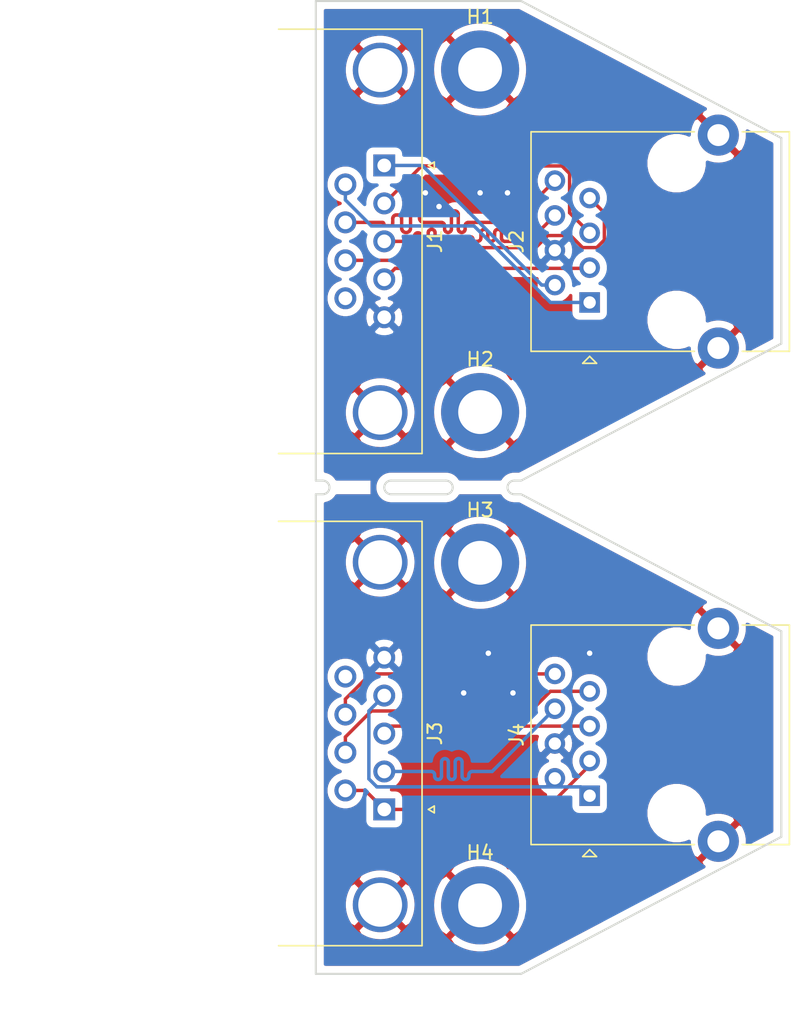
<source format=kicad_pcb>
(kicad_pcb (version 20171130) (host pcbnew "(5.1.10)-1")
  (layers (0 F.Cu signal) (31 B.Cu signal) (34 B.Paste user) (35 F.Paste user) (36 B.SilkS user) (37 F.SilkS user) (38 B.Mask user) (39 F.Mask user) (44 Edge.Cuts user))
  (net 0 "")
  (net 1 /RX)
  (net 2 /TX)
  (net 3 GND)
  (net 4 /RTS)
  (net 5 /CTS)
  (net 6 /SH)
  (net 7 /DCD)
  (net 8 /DTR)
  (net 9 /DSR)
  (net 10 /DTR_1)
  (net 11 /TX_1)
  (net 12 /RX_1)
  (net 13 /DCD_1)
  (net 14 /CTS_1)
  (net 15 /RTS_1)
  (module Connector_Dsub:DSUB-9_Female_Horizontal_P2.77x2.84mm_EdgePinOffset4.94mm_Housed_MountingHolesOffset7.48mm (layer F.Cu) (at 105 129 270)
    (fp_text reference J3 (at -5.54 -3.7 90) (layer F.SilkS))
    (fp_text value RS-232)
    (pad 1 thru_hole rect (at 0 0 270) (size 1.6 1.6) (drill 1) (layers *.Cu *.Mask) (net 10 /DTR_1))
    (pad 2 thru_hole circle (at -2.77 0 270) (size 1.6 1.6) (drill 1) (layers *.Cu *.Mask) (net 11 /TX_1))
    (pad 3 thru_hole circle (at -5.54 0 270) (size 1.6 1.6) (drill 1) (layers *.Cu *.Mask) (net 12 /RX_1))
    (pad 4 thru_hole circle (at -8.31 0 270) (size 1.6 1.6) (drill 1) (layers *.Cu *.Mask) (net 13 /DCD_1))
    (pad 5 thru_hole circle (at -11.08 0 270) (size 1.6 1.6) (drill 1) (layers *.Cu *.Mask) (net 3 GND))
    (pad 6 thru_hole circle (at -1.385 2.84 270) (size 1.6 1.6) (drill 1) (layers *.Cu *.Mask) (net 10 /DTR_1))
    (pad 7 thru_hole circle (at -4.155 2.84 270) (size 1.6 1.6) (drill 1) (layers *.Cu *.Mask) (net 14 /CTS_1))
    (pad 8 thru_hole circle (at -6.925 2.84 270) (size 1.6 1.6) (drill 1) (layers *.Cu *.Mask) (net 15 /RTS_1))
    (pad 9 thru_hole circle (at -9.695 2.84 270) (size 1.6 1.6) (drill 1) (layers *.Cu *.Mask))
    (pad 0 thru_hole circle (at -18.04 0.3 270) (size 4 4) (drill 3.2) (layers *.Cu *.Mask) (net 6 /SH))
    (pad 0 thru_hole circle (at 6.96 0.3 270) (size 4 4) (drill 3.2) (layers *.Cu *.Mask) (net 6 /SH))
  )
  (module Connector_RJ:RJ45_Ninigi_GE (layer F.Cu) (at 120 92 90)
    (fp_text reference J2 (at 4.445 -5.34 90) (layer F.SilkS))
    (fp_text value RJ45_Shielded)
    (pad "" np_thru_hole circle (at 10.16 6.35 270) (size 3.25 3.25) (drill 3.25) (layers *.Cu *.Mask))
    (pad SH thru_hole circle (at 12.215 9.4 270) (size 3 3) (drill 1.6) (layers *.Cu *.Mask) (net 6 /SH))
    (pad "" np_thru_hole circle (at -1.27 6.35 90) (size 3.25 3.25) (drill 3.25) (layers *.Cu *.Mask))
    (pad 3 thru_hole circle (at 2.54 0 270) (size 1.5 1.5) (drill 0.9) (layers *.Cu *.Mask) (net 8 /DTR))
    (pad 5 thru_hole circle (at 5.08 0 270) (size 1.5 1.5) (drill 0.9) (layers *.Cu *.Mask) (net 1 /RX))
    (pad 4 thru_hole circle (at 3.81 -2.54 270) (size 1.5 1.5) (drill 0.9) (layers *.Cu *.Mask) (net 3 GND))
    (pad 7 thru_hole circle (at 7.62 0 270) (size 1.5 1.5) (drill 0.9) (layers *.Cu *.Mask) (net 5 /CTS))
    (pad 1 thru_hole rect (at 0 0 270) (size 1.5 1.5) (drill 0.9) (layers *.Cu *.Mask) (net 9 /DSR))
    (pad 2 thru_hole circle (at 1.27 -2.54 270) (size 1.5 1.5) (drill 0.9) (layers *.Cu *.Mask) (net 7 /DCD))
    (pad SH thru_hole circle (at -3.325 9.4 90) (size 3 3) (drill 1.6) (layers *.Cu *.Mask) (net 6 /SH))
    (pad 8 thru_hole circle (at 8.89 -2.54 270) (size 1.5 1.5) (drill 0.9) (layers *.Cu *.Mask) (net 4 /RTS))
    (pad 6 thru_hole circle (at 6.35 -2.54 270) (size 1.5 1.5) (drill 0.9) (layers *.Cu *.Mask) (net 2 /TX))
  )
  (module MountingHole:MountingHole_3.2mm_M3_ISO7380_Pad (layer F.Cu) (at 112 75)
    (fp_text reference H1 (at 0 -3.85) (layer F.SilkS))
    (fp_text value ~)
    (pad 1 thru_hole circle (at 0 0) (size 5.7 5.7) (drill 3.2) (layers *.Cu *.Mask) (net 6 /SH))
  )
  (module MountingHole:MountingHole_3.2mm_M3_ISO7380_Pad (layer F.Cu) (at 112 100)
    (fp_text reference H2 (at 0 -3.85) (layer F.SilkS))
    (fp_text value ~)
    (pad 1 thru_hole circle (at 0 0) (size 5.7 5.7) (drill 3.2) (layers *.Cu *.Mask) (net 6 /SH))
  )
  (module Connector_Dsub:DSUB-9_Male_Horizontal_P2.77x2.84mm_EdgePinOffset4.94mm_Housed_MountingHolesOffset7.48mm (layer F.Cu) (at 105 82 270)
    (fp_text reference J1 (at 5.54 -3.7 90) (layer F.SilkS))
    (fp_text value RS-232)
    (pad 1 thru_hole rect (at 0 0 270) (size 1.6 1.6) (drill 1) (layers *.Cu *.Mask) (net 7 /DCD))
    (pad 2 thru_hole circle (at 2.77 0 270) (size 1.6 1.6) (drill 1) (layers *.Cu *.Mask) (net 1 /RX))
    (pad 3 thru_hole circle (at 5.54 0 270) (size 1.6 1.6) (drill 1) (layers *.Cu *.Mask) (net 2 /TX))
    (pad 4 thru_hole circle (at 8.31 0 270) (size 1.6 1.6) (drill 1) (layers *.Cu *.Mask) (net 8 /DTR))
    (pad 5 thru_hole circle (at 11.08 0 270) (size 1.6 1.6) (drill 1) (layers *.Cu *.Mask) (net 3 GND))
    (pad 6 thru_hole circle (at 1.385 2.84 270) (size 1.6 1.6) (drill 1) (layers *.Cu *.Mask) (net 9 /DSR))
    (pad 7 thru_hole circle (at 4.155 2.84 270) (size 1.6 1.6) (drill 1) (layers *.Cu *.Mask) (net 4 /RTS))
    (pad 8 thru_hole circle (at 6.925 2.84 270) (size 1.6 1.6) (drill 1) (layers *.Cu *.Mask) (net 5 /CTS))
    (pad 9 thru_hole circle (at 9.695 2.84 270) (size 1.6 1.6) (drill 1) (layers *.Cu *.Mask))
    (pad 0 thru_hole circle (at -6.96 0.3 270) (size 4 4) (drill 3.2) (layers *.Cu *.Mask) (net 6 /SH))
    (pad 0 thru_hole circle (at 18.04 0.3 270) (size 4 4) (drill 3.2) (layers *.Cu *.Mask) (net 6 /SH))
  )
  (module MountingHole:MountingHole_3.2mm_M3_ISO7380_Pad (layer F.Cu) (at 112 111)
    (fp_text reference H3 (at 0 -3.85) (layer F.SilkS))
    (fp_text value ~)
    (pad 1 thru_hole circle (at 0 0) (size 5.7 5.7) (drill 3.2) (layers *.Cu *.Mask) (net 6 /SH))
  )
  (module MountingHole:MountingHole_3.2mm_M3_ISO7380_Pad (layer F.Cu) (at 112 136)
    (fp_text reference H4 (at 0 -3.85) (layer F.SilkS))
    (fp_text value ~)
    (pad 1 thru_hole circle (at 0 0) (size 5.7 5.7) (drill 3.2) (layers *.Cu *.Mask) (net 6 /SH))
  )
  (module Connector_RJ:RJ45_Ninigi_GE (layer F.Cu) (at 120 128 90)
    (fp_text reference J4 (at 4.445 -5.34 90) (layer F.SilkS))
    (fp_text value RJ45_Shielded)
    (pad "" np_thru_hole circle (at 10.16 6.35 270) (size 3.25 3.25) (drill 3.25) (layers *.Cu *.Mask))
    (pad SH thru_hole circle (at 12.215 9.4 270) (size 3 3) (drill 1.6) (layers *.Cu *.Mask) (net 6 /SH))
    (pad "" np_thru_hole circle (at -1.27 6.35 90) (size 3.25 3.25) (drill 3.25) (layers *.Cu *.Mask))
    (pad 3 thru_hole circle (at 2.54 0 270) (size 1.5 1.5) (drill 0.9) (layers *.Cu *.Mask) (net 10 /DTR_1))
    (pad 5 thru_hole circle (at 5.08 0 270) (size 1.5 1.5) (drill 0.9) (layers *.Cu *.Mask) (net 12 /RX_1))
    (pad 4 thru_hole circle (at 3.81 -2.54 270) (size 1.5 1.5) (drill 0.9) (layers *.Cu *.Mask) (net 3 GND))
    (pad 7 thru_hole circle (at 7.62 0 270) (size 1.5 1.5) (drill 0.9) (layers *.Cu *.Mask) (net 14 /CTS_1))
    (pad 1 thru_hole rect (at 0 0 270) (size 1.5 1.5) (drill 0.9) (layers *.Cu *.Mask) (net 13 /DCD_1))
    (pad 2 thru_hole circle (at 1.27 -2.54 270) (size 1.5 1.5) (drill 0.9) (layers *.Cu *.Mask) (net 13 /DCD_1))
    (pad SH thru_hole circle (at -3.325 9.4 90) (size 3 3) (drill 1.6) (layers *.Cu *.Mask) (net 6 /SH))
    (pad 8 thru_hole circle (at 8.89 -2.54 270) (size 1.5 1.5) (drill 0.9) (layers *.Cu *.Mask) (net 15 /RTS_1))
    (pad 6 thru_hole circle (at 6.35 -2.54 270) (size 1.5 1.5) (drill 0.9) (layers *.Cu *.Mask) (net 11 /TX_1))
  )
  (gr_arc (start 114.5 105.5) (end 114.5 105) (angle -180) (layer Edge.Cuts) (width 0.15))
  (gr_line (start 100.5 106) (end 100 106) (layer Edge.Cuts) (width 0.15))
  (gr_arc (start 100.5 105.5) (end 100.5 106) (angle -180) (layer Edge.Cuts) (width 0.15))
  (gr_arc (start 105.5 105.5) (end 105.5 105) (angle -180) (layer Edge.Cuts) (width 0.15))
  (gr_arc (start 109.5 105.5) (end 109.5 106) (angle -180) (layer Edge.Cuts) (width 0.15))
  (gr_line (start 109.5 105) (end 105.5 105) (layer Edge.Cuts) (width 0.15))
  (gr_line (start 105.5 106) (end 109.5 106) (layer Edge.Cuts) (width 0.15))
  (gr_text "EIA-561\nNullm." (at 119.6 133.8) (layer F.Cu) (effects (font (size 1.5 1.5) (thickness 0.3))))
  (gr_line (start 134 131) (end 115 141) (layer Edge.Cuts) (width 0.15))
  (gr_line (start 134 116) (end 134 131) (layer Edge.Cuts) (width 0.15))
  (gr_line (start 115 106) (end 134 116) (layer Edge.Cuts) (width 0.15))
  (gr_line (start 114.5 106) (end 115 106) (layer Edge.Cuts) (width 0.15))
  (gr_line (start 115 105) (end 114.5 105) (layer Edge.Cuts) (width 0.15))
  (gr_line (start 100 141) (end 115 141) (layer Edge.Cuts) (width 0.15))
  (gr_line (start 100 106) (end 100 141) (layer Edge.Cuts) (width 0.15))
  (gr_line (start 100 105) (end 100.5 105) (layer Edge.Cuts) (width 0.15))
  (gr_text "EIA-561\n1:1" (at 120 98) (layer F.Cu) (effects (font (size 1.5 1.5) (thickness 0.3))))
  (gr_line (start 100 105) (end 100 70) (layer Edge.Cuts) (width 0.15))
  (gr_line (start 134 95) (end 115 105) (layer Edge.Cuts) (width 0.15))
  (gr_line (start 134 80) (end 134 95) (layer Edge.Cuts) (width 0.15))
  (gr_line (start 115 70) (end 134 80) (layer Edge.Cuts) (width 0.15))
  (gr_line (start 100 70) (end 115 70) (layer Edge.Cuts) (width 0.15))
  (segment (start 118.535001 85.455001) (end 120 86.92) (width 0.25) (layer F.Cu) (net 1))
  (segment (start 118.535001 82.593999) (end 118.535001 85.455001) (width 0.25) (layer F.Cu) (net 1))
  (segment (start 117.976001 82.034999) (end 118.535001 82.593999) (width 0.25) (layer F.Cu) (net 1))
  (segment (start 114.090137 82.034999) (end 117.976001 82.034999) (width 0.25) (layer F.Cu) (net 1))
  (segment (start 114.028943 82.041893) (end 114.090137 82.034999) (width 0.25) (layer F.Cu) (net 1))
  (segment (start 113.970818 82.062232) (end 114.028943 82.041893) (width 0.25) (layer F.Cu) (net 1))
  (segment (start 113.918677 82.094995) (end 113.970818 82.062232) (width 0.25) (layer F.Cu) (net 1))
  (segment (start 113.875133 82.138539) (end 113.918677 82.094995) (width 0.25) (layer F.Cu) (net 1))
  (segment (start 113.84237 82.19068) (end 113.875133 82.138539) (width 0.25) (layer F.Cu) (net 1))
  (segment (start 113.822031 82.248805) (end 113.84237 82.19068) (width 0.25) (layer F.Cu) (net 1))
  (segment (start 113.815137 82.309999) (end 113.822031 82.248805) (width 0.25) (layer F.Cu) (net 1))
  (segment (start 113.815137 82.493123) (end 113.815137 82.309999) (width 0.25) (layer F.Cu) (net 1))
  (segment (start 113.808242 82.554316) (end 113.815137 82.493123) (width 0.25) (layer F.Cu) (net 1))
  (segment (start 113.787903 82.612441) (end 113.808242 82.554316) (width 0.25) (layer F.Cu) (net 1))
  (segment (start 113.75514 82.664582) (end 113.787903 82.612441) (width 0.25) (layer F.Cu) (net 1))
  (segment (start 113.711596 82.708126) (end 113.75514 82.664582) (width 0.25) (layer F.Cu) (net 1))
  (segment (start 113.659455 82.740889) (end 113.711596 82.708126) (width 0.25) (layer F.Cu) (net 1))
  (segment (start 113.60133 82.761228) (end 113.659455 82.740889) (width 0.25) (layer F.Cu) (net 1))
  (segment (start 113.540137 82.768123) (end 113.60133 82.761228) (width 0.25) (layer F.Cu) (net 1))
  (segment (start 113.478943 82.761228) (end 113.540137 82.768123) (width 0.25) (layer F.Cu) (net 1))
  (segment (start 113.420818 82.740889) (end 113.478943 82.761228) (width 0.25) (layer F.Cu) (net 1))
  (segment (start 113.368677 82.708126) (end 113.420818 82.740889) (width 0.25) (layer F.Cu) (net 1))
  (segment (start 113.325133 82.664582) (end 113.368677 82.708126) (width 0.25) (layer F.Cu) (net 1))
  (segment (start 113.29237 82.612441) (end 113.325133 82.664582) (width 0.25) (layer F.Cu) (net 1))
  (segment (start 113.272031 82.554316) (end 113.29237 82.612441) (width 0.25) (layer F.Cu) (net 1))
  (segment (start 113.265137 82.493123) (end 113.272031 82.554316) (width 0.25) (layer F.Cu) (net 1))
  (segment (start 113.265137 81.576875) (end 113.265137 82.493123) (width 0.25) (layer F.Cu) (net 1))
  (segment (start 113.258242 81.515682) (end 113.265137 81.576875) (width 0.25) (layer F.Cu) (net 1))
  (segment (start 113.237903 81.457557) (end 113.258242 81.515682) (width 0.25) (layer F.Cu) (net 1))
  (segment (start 113.20514 81.405416) (end 113.237903 81.457557) (width 0.25) (layer F.Cu) (net 1))
  (segment (start 113.161596 81.361872) (end 113.20514 81.405416) (width 0.25) (layer F.Cu) (net 1))
  (segment (start 113.109455 81.329109) (end 113.161596 81.361872) (width 0.25) (layer F.Cu) (net 1))
  (segment (start 113.05133 81.30877) (end 113.109455 81.329109) (width 0.25) (layer F.Cu) (net 1))
  (segment (start 112.990137 81.301875) (end 113.05133 81.30877) (width 0.25) (layer F.Cu) (net 1))
  (segment (start 111.797907 82.056049) (end 111.842836 82.040328) (width 0.25) (layer F.Cu) (net 1))
  (segment (start 111.757603 82.081374) (end 111.797907 82.056049) (width 0.25) (layer F.Cu) (net 1))
  (segment (start 111.698619 82.155337) (end 111.723944 82.115033) (width 0.25) (layer F.Cu) (net 1))
  (segment (start 111.682898 82.200266) (end 111.698619 82.155337) (width 0.25) (layer F.Cu) (net 1))
  (segment (start 111.672239 82.294867) (end 111.682898 82.200266) (width 0.25) (layer F.Cu) (net 1))
  (segment (start 111.631193 82.3801) (end 111.656518 82.339796) (width 0.25) (layer F.Cu) (net 1))
  (segment (start 111.597534 82.413759) (end 111.631193 82.3801) (width 0.25) (layer F.Cu) (net 1))
  (segment (start 111.55723 82.439084) (end 111.597534 82.413759) (width 0.25) (layer F.Cu) (net 1))
  (segment (start 111.656518 82.339796) (end 111.672239 82.294867) (width 0.25) (layer F.Cu) (net 1))
  (segment (start 111.512301 82.454805) (end 111.55723 82.439084) (width 0.25) (layer F.Cu) (net 1))
  (segment (start 111.465001 82.460135) (end 111.512301 82.454805) (width 0.25) (layer F.Cu) (net 1))
  (segment (start 111.390137 82.460135) (end 111.465001 82.460135) (width 0.25) (layer F.Cu) (net 1))
  (segment (start 111.342836 82.454805) (end 111.390137 82.460135) (width 0.25) (layer F.Cu) (net 1))
  (segment (start 105 84.77) (end 107.735001 82.034999) (width 0.25) (layer F.Cu) (net 1))
  (segment (start 111.131193 82.115033) (end 111.156518 82.155337) (width 0.25) (layer F.Cu) (net 1))
  (segment (start 111.172239 82.200266) (end 111.182898 82.294867) (width 0.25) (layer F.Cu) (net 1))
  (segment (start 111.842836 82.040328) (end 111.890137 82.034999) (width 0.25) (layer F.Cu) (net 1))
  (segment (start 110.965001 82.034999) (end 111.012301 82.040328) (width 0.25) (layer F.Cu) (net 1))
  (segment (start 111.012301 82.040328) (end 111.05723 82.056049) (width 0.25) (layer F.Cu) (net 1))
  (segment (start 107.735001 82.034999) (end 110.965001 82.034999) (width 0.25) (layer F.Cu) (net 1))
  (segment (start 111.05723 82.056049) (end 111.097534 82.081374) (width 0.25) (layer F.Cu) (net 1))
  (segment (start 111.257603 82.413759) (end 111.297907 82.439084) (width 0.25) (layer F.Cu) (net 1))
  (segment (start 111.097534 82.081374) (end 111.131193 82.115033) (width 0.25) (layer F.Cu) (net 1))
  (segment (start 111.156518 82.155337) (end 111.172239 82.200266) (width 0.25) (layer F.Cu) (net 1))
  (segment (start 111.182898 82.294867) (end 111.198619 82.339796) (width 0.25) (layer F.Cu) (net 1))
  (segment (start 111.223944 82.3801) (end 111.257603 82.413759) (width 0.25) (layer F.Cu) (net 1))
  (segment (start 111.723944 82.115033) (end 111.757603 82.081374) (width 0.25) (layer F.Cu) (net 1))
  (segment (start 111.297907 82.439084) (end 111.342836 82.454805) (width 0.25) (layer F.Cu) (net 1))
  (segment (start 112.165137 82.493123) (end 112.172031 82.554316) (width 0.25) (layer F.Cu) (net 1))
  (segment (start 111.198619 82.339796) (end 111.223944 82.3801) (width 0.25) (layer F.Cu) (net 1))
  (segment (start 112.225133 82.664582) (end 112.268677 82.708126) (width 0.25) (layer F.Cu) (net 1))
  (segment (start 111.890137 82.034999) (end 111.95133 82.041893) (width 0.25) (layer F.Cu) (net 1))
  (segment (start 111.95133 82.041893) (end 112.009455 82.062232) (width 0.25) (layer F.Cu) (net 1))
  (segment (start 112.009455 82.062232) (end 112.061596 82.094995) (width 0.25) (layer F.Cu) (net 1))
  (segment (start 112.061596 82.094995) (end 112.10514 82.138539) (width 0.25) (layer F.Cu) (net 1))
  (segment (start 112.10514 82.138539) (end 112.137903 82.19068) (width 0.25) (layer F.Cu) (net 1))
  (segment (start 112.715137 81.576875) (end 112.722031 81.515682) (width 0.25) (layer F.Cu) (net 1))
  (segment (start 112.137903 82.19068) (end 112.158242 82.248805) (width 0.25) (layer F.Cu) (net 1))
  (segment (start 112.158242 82.248805) (end 112.165137 82.309999) (width 0.25) (layer F.Cu) (net 1))
  (segment (start 112.165137 82.309999) (end 112.165137 82.493123) (width 0.25) (layer F.Cu) (net 1))
  (segment (start 112.172031 82.554316) (end 112.19237 82.612441) (width 0.25) (layer F.Cu) (net 1))
  (segment (start 112.19237 82.612441) (end 112.225133 82.664582) (width 0.25) (layer F.Cu) (net 1))
  (segment (start 112.268677 82.708126) (end 112.320818 82.740889) (width 0.25) (layer F.Cu) (net 1))
  (segment (start 112.320818 82.740889) (end 112.378943 82.761228) (width 0.25) (layer F.Cu) (net 1))
  (segment (start 112.378943 82.761228) (end 112.440137 82.768123) (width 0.25) (layer F.Cu) (net 1))
  (segment (start 112.775133 81.405416) (end 112.818677 81.361872) (width 0.25) (layer F.Cu) (net 1))
  (segment (start 112.440137 82.768123) (end 112.50133 82.761228) (width 0.25) (layer F.Cu) (net 1))
  (segment (start 112.50133 82.761228) (end 112.559455 82.740889) (width 0.25) (layer F.Cu) (net 1))
  (segment (start 112.559455 82.740889) (end 112.611596 82.708126) (width 0.25) (layer F.Cu) (net 1))
  (segment (start 112.611596 82.708126) (end 112.65514 82.664582) (width 0.25) (layer F.Cu) (net 1))
  (segment (start 112.65514 82.664582) (end 112.687903 82.612441) (width 0.25) (layer F.Cu) (net 1))
  (segment (start 112.687903 82.612441) (end 112.708242 82.554316) (width 0.25) (layer F.Cu) (net 1))
  (segment (start 112.708242 82.554316) (end 112.715137 82.493123) (width 0.25) (layer F.Cu) (net 1))
  (segment (start 112.715137 82.493123) (end 112.715137 81.576875) (width 0.25) (layer F.Cu) (net 1))
  (segment (start 112.722031 81.515682) (end 112.74237 81.457557) (width 0.25) (layer F.Cu) (net 1))
  (segment (start 112.74237 81.457557) (end 112.775133 81.405416) (width 0.25) (layer F.Cu) (net 1))
  (segment (start 112.818677 81.361872) (end 112.870818 81.329109) (width 0.25) (layer F.Cu) (net 1))
  (segment (start 112.870818 81.329109) (end 112.928943 81.30877) (width 0.25) (layer F.Cu) (net 1))
  (segment (start 112.928943 81.30877) (end 112.990137 81.301875) (width 0.25) (layer F.Cu) (net 1))
  (segment (start 115.800597 87.309403) (end 117.46 85.65) (width 0.25) (layer F.Cu) (net 2))
  (segment (start 113.654127 87.485458) (end 113.701529 87.515243) (width 0.25) (layer F.Cu) (net 2))
  (segment (start 113.566268 87.345631) (end 113.584757 87.398471) (width 0.25) (layer F.Cu) (net 2))
  (segment (start 113.56 87.29) (end 113.566268 87.345631) (width 0.25) (layer F.Cu) (net 2))
  (segment (start 113.56 86.913881) (end 113.56 87.29) (width 0.25) (layer F.Cu) (net 2))
  (segment (start 113.535242 86.805411) (end 113.553731 86.858251) (width 0.25) (layer F.Cu) (net 2))
  (segment (start 113.505457 86.758009) (end 113.535242 86.805411) (width 0.25) (layer F.Cu) (net 2))
  (segment (start 113.465872 86.718424) (end 113.505457 86.758009) (width 0.25) (layer F.Cu) (net 2))
  (segment (start 113.41847 86.688639) (end 113.465872 86.718424) (width 0.25) (layer F.Cu) (net 2))
  (segment (start 113.066268 86.858251) (end 113.084757 86.805411) (width 0.25) (layer F.Cu) (net 2))
  (segment (start 113.06 86.913881) (end 113.066268 86.858251) (width 0.25) (layer F.Cu) (net 2))
  (segment (start 113.053731 87.345631) (end 113.06 87.29) (width 0.25) (layer F.Cu) (net 2))
  (segment (start 113.005457 87.445873) (end 113.035242 87.398471) (width 0.25) (layer F.Cu) (net 2))
  (segment (start 112.965872 87.485458) (end 113.005457 87.445873) (width 0.25) (layer F.Cu) (net 2))
  (segment (start 112.86563 87.533732) (end 112.91847 87.515243) (width 0.25) (layer F.Cu) (net 2))
  (segment (start 112.81 87.54) (end 112.86563 87.533732) (width 0.25) (layer F.Cu) (net 2))
  (segment (start 112.754369 87.533732) (end 112.81 87.54) (width 0.25) (layer F.Cu) (net 2))
  (segment (start 112.56 87.29) (end 112.566268 87.345631) (width 0.25) (layer F.Cu) (net 2))
  (segment (start 112.56 86.913881) (end 112.56 87.29) (width 0.25) (layer F.Cu) (net 2))
  (segment (start 112.553731 86.858251) (end 112.56 86.913881) (width 0.25) (layer F.Cu) (net 2))
  (segment (start 112.535242 86.805411) (end 112.553731 86.858251) (width 0.25) (layer F.Cu) (net 2))
  (segment (start 112.465872 86.718424) (end 112.505457 86.758009) (width 0.25) (layer F.Cu) (net 2))
  (segment (start 112.31 86.663881) (end 112.36563 86.67015) (width 0.25) (layer F.Cu) (net 2))
  (segment (start 112.201529 86.688639) (end 112.254369 86.67015) (width 0.25) (layer F.Cu) (net 2))
  (segment (start 112.06 87.29) (end 112.06 86.913881) (width 0.25) (layer F.Cu) (net 2))
  (segment (start 112.053731 87.345631) (end 112.06 87.29) (width 0.25) (layer F.Cu) (net 2))
  (segment (start 112.035242 87.398471) (end 112.053731 87.345631) (width 0.25) (layer F.Cu) (net 2))
  (segment (start 112.005457 87.445873) (end 112.035242 87.398471) (width 0.25) (layer F.Cu) (net 2))
  (segment (start 111.965872 87.485458) (end 112.005457 87.445873) (width 0.25) (layer F.Cu) (net 2))
  (segment (start 111.91847 87.515243) (end 111.965872 87.485458) (width 0.25) (layer F.Cu) (net 2))
  (segment (start 111.86563 87.533732) (end 111.91847 87.515243) (width 0.25) (layer F.Cu) (net 2))
  (segment (start 111.81 87.54) (end 111.86563 87.533732) (width 0.25) (layer F.Cu) (net 2))
  (segment (start 111.636118 87.54) (end 111.81 87.54) (width 0.25) (layer F.Cu) (net 2))
  (segment (start 111.599833 87.535912) (end 111.636118 87.54) (width 0.25) (layer F.Cu) (net 2))
  (segment (start 111.565369 87.523853) (end 111.599833 87.535912) (width 0.25) (layer F.Cu) (net 2))
  (segment (start 111.534452 87.504426) (end 111.565369 87.523853) (width 0.25) (layer F.Cu) (net 2))
  (segment (start 111.508633 87.478607) (end 111.534452 87.504426) (width 0.25) (layer F.Cu) (net 2))
  (segment (start 111.489206 87.44769) (end 111.508633 87.478607) (width 0.25) (layer F.Cu) (net 2))
  (segment (start 111.477147 87.413226) (end 111.489206 87.44769) (width 0.25) (layer F.Cu) (net 2))
  (segment (start 111.46897 87.340656) (end 111.477147 87.413226) (width 0.25) (layer F.Cu) (net 2))
  (segment (start 111.456911 87.306192) (end 111.46897 87.340656) (width 0.25) (layer F.Cu) (net 2))
  (segment (start 111.437484 87.275275) (end 111.456911 87.306192) (width 0.25) (layer F.Cu) (net 2))
  (segment (start 111.411665 87.249456) (end 111.437484 87.275275) (width 0.25) (layer F.Cu) (net 2))
  (segment (start 111.380748 87.230029) (end 111.411665 87.249456) (width 0.25) (layer F.Cu) (net 2))
  (segment (start 111.346284 87.21797) (end 111.380748 87.230029) (width 0.25) (layer F.Cu) (net 2))
  (segment (start 111.31 87.213881) (end 111.346284 87.21797) (width 0.25) (layer F.Cu) (net 2))
  (segment (start 111.136118 87.213881) (end 111.31 87.213881) (width 0.25) (layer F.Cu) (net 2))
  (segment (start 111.099833 87.21797) (end 111.136118 87.213881) (width 0.25) (layer F.Cu) (net 2))
  (segment (start 111.065369 87.230029) (end 111.099833 87.21797) (width 0.25) (layer F.Cu) (net 2))
  (segment (start 111.034452 87.249456) (end 111.065369 87.230029) (width 0.25) (layer F.Cu) (net 2))
  (segment (start 111.008633 87.275275) (end 111.034452 87.249456) (width 0.25) (layer F.Cu) (net 2))
  (segment (start 110.989206 87.306192) (end 111.008633 87.275275) (width 0.25) (layer F.Cu) (net 2))
  (segment (start 110.977147 87.340656) (end 110.989206 87.306192) (width 0.25) (layer F.Cu) (net 2))
  (segment (start 110.96897 87.413226) (end 110.977147 87.340656) (width 0.25) (layer F.Cu) (net 2))
  (segment (start 110.956911 87.44769) (end 110.96897 87.413226) (width 0.25) (layer F.Cu) (net 2))
  (segment (start 110.937484 87.478607) (end 110.956911 87.44769) (width 0.25) (layer F.Cu) (net 2))
  (segment (start 110.911665 87.504426) (end 110.937484 87.478607) (width 0.25) (layer F.Cu) (net 2))
  (segment (start 110.880748 87.523853) (end 110.911665 87.504426) (width 0.25) (layer F.Cu) (net 2))
  (segment (start 110.846284 87.535912) (end 110.880748 87.523853) (width 0.25) (layer F.Cu) (net 2))
  (segment (start 110.81 87.54) (end 110.846284 87.535912) (width 0.25) (layer F.Cu) (net 2))
  (segment (start 110.536118 87.54) (end 110.81 87.54) (width 0.25) (layer F.Cu) (net 2))
  (segment (start 110.51096 87.537166) (end 110.536118 87.54) (width 0.25) (layer F.Cu) (net 2))
  (segment (start 110.487063 87.528804) (end 110.51096 87.537166) (width 0.25) (layer F.Cu) (net 2))
  (segment (start 110.465626 87.515335) (end 110.487063 87.528804) (width 0.25) (layer F.Cu) (net 2))
  (segment (start 110.447724 87.497433) (end 110.465626 87.515335) (width 0.25) (layer F.Cu) (net 2))
  (segment (start 110.434255 87.475996) (end 110.447724 87.497433) (width 0.25) (layer F.Cu) (net 2))
  (segment (start 110.425893 87.452099) (end 110.434255 87.475996) (width 0.25) (layer F.Cu) (net 2))
  (segment (start 108.21 86.913881) (end 108.216268 86.858251) (width 0.25) (layer F.Cu) (net 2))
  (segment (start 108.203731 88.221749) (end 108.21 88.166119) (width 0.25) (layer F.Cu) (net 2))
  (segment (start 108.21 88.166119) (end 108.21 86.913881) (width 0.25) (layer F.Cu) (net 2))
  (segment (start 108.115872 88.361576) (end 108.155457 88.321991) (width 0.25) (layer F.Cu) (net 2))
  (segment (start 108.06847 88.391361) (end 108.115872 88.361576) (width 0.25) (layer F.Cu) (net 2))
  (segment (start 108.01563 88.40985) (end 108.06847 88.391361) (width 0.25) (layer F.Cu) (net 2))
  (segment (start 113.614542 87.445873) (end 113.654127 87.485458) (width 0.25) (layer F.Cu) (net 2))
  (segment (start 107.734757 88.274589) (end 107.764542 88.321991) (width 0.25) (layer F.Cu) (net 2))
  (segment (start 109.925893 87.401783) (end 109.934255 87.377886) (width 0.25) (layer F.Cu) (net 2))
  (segment (start 112.654127 87.485458) (end 112.701529 87.515243) (width 0.25) (layer F.Cu) (net 2))
  (segment (start 107.716268 88.221749) (end 107.734757 88.274589) (width 0.25) (layer F.Cu) (net 2))
  (segment (start 107.764542 88.321991) (end 107.804127 88.361576) (width 0.25) (layer F.Cu) (net 2))
  (segment (start 106.655457 87.634127) (end 106.685242 87.681529) (width 0.25) (layer F.Cu) (net 2))
  (segment (start 107.71 87.163881) (end 107.71 88.166119) (width 0.25) (layer F.Cu) (net 2))
  (segment (start 109.880491 87.515335) (end 109.898393 87.497433) (width 0.25) (layer F.Cu) (net 2))
  (segment (start 107.851529 88.391361) (end 107.904369 88.40985) (width 0.25) (layer F.Cu) (net 2))
  (segment (start 106.56847 87.564757) (end 106.615872 87.594542) (width 0.25) (layer F.Cu) (net 2))
  (segment (start 107.703731 87.108251) (end 107.71 87.163881) (width 0.25) (layer F.Cu) (net 2))
  (segment (start 112.584757 87.398471) (end 112.614542 87.445873) (width 0.25) (layer F.Cu) (net 2))
  (segment (start 107.685242 87.055411) (end 107.703731 87.108251) (width 0.25) (layer F.Cu) (net 2))
  (segment (start 110.420224 87.401783) (end 110.425893 87.452099) (width 0.25) (layer F.Cu) (net 2))
  (segment (start 113.31 86.663881) (end 113.36563 86.67015) (width 0.25) (layer F.Cu) (net 2))
  (segment (start 107.615872 86.968424) (end 107.655457 87.008009) (width 0.25) (layer F.Cu) (net 2))
  (segment (start 107.56847 86.938639) (end 107.615872 86.968424) (width 0.25) (layer F.Cu) (net 2))
  (segment (start 113.035242 87.398471) (end 113.053731 87.345631) (width 0.25) (layer F.Cu) (net 2))
  (segment (start 107.51563 86.92015) (end 107.56847 86.938639) (width 0.25) (layer F.Cu) (net 2))
  (segment (start 110.380491 87.338547) (end 110.398393 87.356449) (width 0.25) (layer F.Cu) (net 2))
  (segment (start 108.304127 86.718424) (end 108.351529 86.688639) (width 0.25) (layer F.Cu) (net 2))
  (segment (start 115.57 87.54) (end 115.800597 87.309403) (width 0.25) (layer F.Cu) (net 2))
  (segment (start 107.46 86.913881) (end 107.51563 86.92015) (width 0.25) (layer F.Cu) (net 2))
  (segment (start 109.81 87.54) (end 109.835157 87.537166) (width 0.25) (layer F.Cu) (net 2))
  (segment (start 107.804127 88.361576) (end 107.851529 88.391361) (width 0.25) (layer F.Cu) (net 2))
  (segment (start 113.701529 87.515243) (end 113.754369 87.533732) (width 0.25) (layer F.Cu) (net 2))
  (segment (start 107.351529 86.938639) (end 107.404369 86.92015) (width 0.25) (layer F.Cu) (net 2))
  (segment (start 108.155457 88.321991) (end 108.185242 88.274589) (width 0.25) (layer F.Cu) (net 2))
  (segment (start 112.254369 86.67015) (end 112.31 86.663881) (width 0.25) (layer F.Cu) (net 2))
  (segment (start 106.71 88.166119) (end 106.716268 88.221749) (width 0.25) (layer F.Cu) (net 2))
  (segment (start 113.754369 87.533732) (end 113.81 87.54) (width 0.25) (layer F.Cu) (net 2))
  (segment (start 106.703731 87.734369) (end 106.71 87.79) (width 0.25) (layer F.Cu) (net 2))
  (segment (start 108.216268 86.858251) (end 108.234757 86.805411) (width 0.25) (layer F.Cu) (net 2))
  (segment (start 106.46 87.54) (end 106.51563 87.546268) (width 0.25) (layer F.Cu) (net 2))
  (segment (start 113.084757 86.805411) (end 113.114542 86.758009) (width 0.25) (layer F.Cu) (net 2))
  (segment (start 107.655457 87.008009) (end 107.685242 87.055411) (width 0.25) (layer F.Cu) (net 2))
  (segment (start 106.685242 87.681529) (end 106.703731 87.734369) (width 0.25) (layer F.Cu) (net 2))
  (segment (start 109.185242 88.274589) (end 109.203731 88.221749) (width 0.25) (layer F.Cu) (net 2))
  (segment (start 113.254369 86.67015) (end 113.31 86.663881) (width 0.25) (layer F.Cu) (net 2))
  (segment (start 106.96 88.416119) (end 107.01563 88.40985) (width 0.25) (layer F.Cu) (net 2))
  (segment (start 109.898393 87.497433) (end 109.911862 87.475996) (width 0.25) (layer F.Cu) (net 2))
  (segment (start 106.71 87.79) (end 106.71 88.166119) (width 0.25) (layer F.Cu) (net 2))
  (segment (start 112.505457 86.758009) (end 112.535242 86.805411) (width 0.25) (layer F.Cu) (net 2))
  (segment (start 107.404369 86.92015) (end 107.46 86.913881) (width 0.25) (layer F.Cu) (net 2))
  (segment (start 110.359054 87.325078) (end 110.380491 87.338547) (width 0.25) (layer F.Cu) (net 2))
  (segment (start 106.615872 87.594542) (end 106.655457 87.634127) (width 0.25) (layer F.Cu) (net 2))
  (segment (start 109.660148 87.372602) (end 109.676844 87.383093) (width 0.25) (layer F.Cu) (net 2))
  (segment (start 113.81 87.54) (end 115.57 87.54) (width 0.25) (layer F.Cu) (net 2))
  (segment (start 106.764542 88.321991) (end 106.804127 88.361576) (width 0.25) (layer F.Cu) (net 2))
  (segment (start 109.965626 87.338547) (end 109.987063 87.325078) (width 0.25) (layer F.Cu) (net 2))
  (segment (start 113.06 87.29) (end 113.06 86.913881) (width 0.25) (layer F.Cu) (net 2))
  (segment (start 107.115872 88.361576) (end 107.155457 88.321991) (width 0.25) (layer F.Cu) (net 2))
  (segment (start 113.36563 86.67015) (end 113.41847 86.688639) (width 0.25) (layer F.Cu) (net 2))
  (segment (start 106.716268 88.221749) (end 106.734757 88.274589) (width 0.25) (layer F.Cu) (net 2))
  (segment (start 113.553731 86.858251) (end 113.56 86.913881) (width 0.25) (layer F.Cu) (net 2))
  (segment (start 107.185242 88.274589) (end 107.203731 88.221749) (width 0.25) (layer F.Cu) (net 2))
  (segment (start 106.51563 87.546268) (end 106.56847 87.564757) (width 0.25) (layer F.Cu) (net 2))
  (segment (start 109.690788 87.397037) (end 109.701279 87.413733) (width 0.25) (layer F.Cu) (net 2))
  (segment (start 108.264542 86.758009) (end 108.304127 86.718424) (width 0.25) (layer F.Cu) (net 2))
  (segment (start 106.734757 88.274589) (end 106.764542 88.321991) (width 0.25) (layer F.Cu) (net 2))
  (segment (start 113.201529 86.688639) (end 113.254369 86.67015) (width 0.25) (layer F.Cu) (net 2))
  (segment (start 107.06847 88.391361) (end 107.115872 88.361576) (width 0.25) (layer F.Cu) (net 2))
  (segment (start 108.234757 86.805411) (end 108.264542 86.758009) (width 0.25) (layer F.Cu) (net 2))
  (segment (start 112.566268 87.345631) (end 112.584757 87.398471) (width 0.25) (layer F.Cu) (net 2))
  (segment (start 107.21 88.166119) (end 107.21 87.163881) (width 0.25) (layer F.Cu) (net 2))
  (segment (start 107.96 88.416119) (end 108.01563 88.40985) (width 0.25) (layer F.Cu) (net 2))
  (segment (start 107.71 88.166119) (end 107.716268 88.221749) (width 0.25) (layer F.Cu) (net 2))
  (segment (start 105 87.54) (end 106.46 87.54) (width 0.25) (layer F.Cu) (net 2))
  (segment (start 108.351529 86.688639) (end 108.404369 86.67015) (width 0.25) (layer F.Cu) (net 2))
  (segment (start 112.701529 87.515243) (end 112.754369 87.533732) (width 0.25) (layer F.Cu) (net 2))
  (segment (start 107.304127 86.968424) (end 107.351529 86.938639) (width 0.25) (layer F.Cu) (net 2))
  (segment (start 106.804127 88.361576) (end 106.851529 88.391361) (width 0.25) (layer F.Cu) (net 2))
  (segment (start 108.185242 88.274589) (end 108.203731 88.221749) (width 0.25) (layer F.Cu) (net 2))
  (segment (start 106.851529 88.391361) (end 106.904369 88.40985) (width 0.25) (layer F.Cu) (net 2))
  (segment (start 108.51563 86.67015) (end 108.56847 86.688639) (width 0.25) (layer F.Cu) (net 2))
  (segment (start 113.584757 87.398471) (end 113.614542 87.445873) (width 0.25) (layer F.Cu) (net 2))
  (segment (start 107.234757 87.055411) (end 107.264542 87.008009) (width 0.25) (layer F.Cu) (net 2))
  (segment (start 110.398393 87.356449) (end 110.411862 87.377886) (width 0.25) (layer F.Cu) (net 2))
  (segment (start 113.114542 86.758009) (end 113.154127 86.718424) (width 0.25) (layer F.Cu) (net 2))
  (segment (start 106.904369 88.40985) (end 106.96 88.416119) (width 0.25) (layer F.Cu) (net 2))
  (segment (start 112.91847 87.515243) (end 112.965872 87.485458) (width 0.25) (layer F.Cu) (net 2))
  (segment (start 107.01563 88.40985) (end 107.06847 88.391361) (width 0.25) (layer F.Cu) (net 2))
  (segment (start 107.904369 88.40985) (end 107.96 88.416119) (width 0.25) (layer F.Cu) (net 2))
  (segment (start 112.36563 86.67015) (end 112.41847 86.688639) (width 0.25) (layer F.Cu) (net 2))
  (segment (start 107.155457 88.321991) (end 107.185242 88.274589) (width 0.25) (layer F.Cu) (net 2))
  (segment (start 113.154127 86.718424) (end 113.201529 86.688639) (width 0.25) (layer F.Cu) (net 2))
  (segment (start 107.203731 88.221749) (end 107.21 88.166119) (width 0.25) (layer F.Cu) (net 2))
  (segment (start 109.835157 87.537166) (end 109.859054 87.528804) (width 0.25) (layer F.Cu) (net 2))
  (segment (start 112.614542 87.445873) (end 112.654127 87.485458) (width 0.25) (layer F.Cu) (net 2))
  (segment (start 107.21 87.163881) (end 107.216268 87.108251) (width 0.25) (layer F.Cu) (net 2))
  (segment (start 112.41847 86.688639) (end 112.465872 86.718424) (width 0.25) (layer F.Cu) (net 2))
  (segment (start 107.216268 87.108251) (end 107.234757 87.055411) (width 0.25) (layer F.Cu) (net 2))
  (segment (start 107.264542 87.008009) (end 107.304127 86.968424) (width 0.25) (layer F.Cu) (net 2))
  (segment (start 108.404369 86.67015) (end 108.46 86.663881) (width 0.25) (layer F.Cu) (net 2))
  (segment (start 108.46 86.663881) (end 108.51563 86.67015) (width 0.25) (layer F.Cu) (net 2))
  (segment (start 108.56847 86.688639) (end 108.615872 86.718424) (width 0.25) (layer F.Cu) (net 2))
  (segment (start 108.615872 86.718424) (end 108.655457 86.758009) (width 0.25) (layer F.Cu) (net 2))
  (segment (start 108.655457 86.758009) (end 108.685242 86.805411) (width 0.25) (layer F.Cu) (net 2))
  (segment (start 108.685242 86.805411) (end 108.703731 86.858251) (width 0.25) (layer F.Cu) (net 2))
  (segment (start 108.703731 86.858251) (end 108.71 86.913881) (width 0.25) (layer F.Cu) (net 2))
  (segment (start 112.066268 86.858251) (end 112.084757 86.805411) (width 0.25) (layer F.Cu) (net 2))
  (segment (start 108.71 86.913881) (end 108.71 88.166119) (width 0.25) (layer F.Cu) (net 2))
  (segment (start 108.71 88.166119) (end 108.716268 88.221749) (width 0.25) (layer F.Cu) (net 2))
  (segment (start 108.716268 88.221749) (end 108.734757 88.274589) (width 0.25) (layer F.Cu) (net 2))
  (segment (start 108.734757 88.274589) (end 108.764542 88.321991) (width 0.25) (layer F.Cu) (net 2))
  (segment (start 108.764542 88.321991) (end 108.804127 88.361576) (width 0.25) (layer F.Cu) (net 2))
  (segment (start 108.804127 88.361576) (end 108.851529 88.391361) (width 0.25) (layer F.Cu) (net 2))
  (segment (start 108.851529 88.391361) (end 108.904369 88.40985) (width 0.25) (layer F.Cu) (net 2))
  (segment (start 112.114542 86.758009) (end 112.154127 86.718424) (width 0.25) (layer F.Cu) (net 2))
  (segment (start 108.904369 88.40985) (end 108.96 88.416119) (width 0.25) (layer F.Cu) (net 2))
  (segment (start 108.96 88.416119) (end 109.01563 88.40985) (width 0.25) (layer F.Cu) (net 2))
  (segment (start 109.01563 88.40985) (end 109.06847 88.391361) (width 0.25) (layer F.Cu) (net 2))
  (segment (start 109.06847 88.391361) (end 109.115872 88.361576) (width 0.25) (layer F.Cu) (net 2))
  (segment (start 109.115872 88.361576) (end 109.155457 88.321991) (width 0.25) (layer F.Cu) (net 2))
  (segment (start 109.155457 88.321991) (end 109.185242 88.274589) (width 0.25) (layer F.Cu) (net 2))
  (segment (start 109.203731 88.221749) (end 109.21 88.166119) (width 0.25) (layer F.Cu) (net 2))
  (segment (start 109.21 88.166119) (end 109.21 87.45194) (width 0.25) (layer F.Cu) (net 2))
  (segment (start 109.21 87.45194) (end 109.212207 87.432346) (width 0.25) (layer F.Cu) (net 2))
  (segment (start 112.06 86.913881) (end 112.066268 86.858251) (width 0.25) (layer F.Cu) (net 2))
  (segment (start 109.212207 87.432346) (end 109.21872 87.413733) (width 0.25) (layer F.Cu) (net 2))
  (segment (start 112.084757 86.805411) (end 112.114542 86.758009) (width 0.25) (layer F.Cu) (net 2))
  (segment (start 109.21872 87.413733) (end 109.229211 87.397037) (width 0.25) (layer F.Cu) (net 2))
  (segment (start 109.229211 87.397037) (end 109.243155 87.383093) (width 0.25) (layer F.Cu) (net 2))
  (segment (start 109.243155 87.383093) (end 109.259851 87.372602) (width 0.25) (layer F.Cu) (net 2))
  (segment (start 109.259851 87.372602) (end 109.278464 87.366089) (width 0.25) (layer F.Cu) (net 2))
  (segment (start 109.278464 87.366089) (end 109.298059 87.363881) (width 0.25) (layer F.Cu) (net 2))
  (segment (start 109.298059 87.363881) (end 109.621941 87.363881) (width 0.25) (layer F.Cu) (net 2))
  (segment (start 109.621941 87.363881) (end 109.641535 87.366089) (width 0.25) (layer F.Cu) (net 2))
  (segment (start 109.641535 87.366089) (end 109.660148 87.372602) (width 0.25) (layer F.Cu) (net 2))
  (segment (start 109.676844 87.383093) (end 109.690788 87.397037) (width 0.25) (layer F.Cu) (net 2))
  (segment (start 109.701279 87.413733) (end 109.707792 87.432346) (width 0.25) (layer F.Cu) (net 2))
  (segment (start 109.707792 87.432346) (end 109.712207 87.471536) (width 0.25) (layer F.Cu) (net 2))
  (segment (start 109.712207 87.471536) (end 109.71872 87.490149) (width 0.25) (layer F.Cu) (net 2))
  (segment (start 109.71872 87.490149) (end 109.729211 87.506845) (width 0.25) (layer F.Cu) (net 2))
  (segment (start 112.154127 86.718424) (end 112.201529 86.688639) (width 0.25) (layer F.Cu) (net 2))
  (segment (start 109.729211 87.506845) (end 109.743155 87.520789) (width 0.25) (layer F.Cu) (net 2))
  (segment (start 109.743155 87.520789) (end 109.759851 87.53128) (width 0.25) (layer F.Cu) (net 2))
  (segment (start 109.759851 87.53128) (end 109.778464 87.537793) (width 0.25) (layer F.Cu) (net 2))
  (segment (start 109.778464 87.537793) (end 109.798059 87.54) (width 0.25) (layer F.Cu) (net 2))
  (segment (start 109.798059 87.54) (end 109.81 87.54) (width 0.25) (layer F.Cu) (net 2))
  (segment (start 109.859054 87.528804) (end 109.880491 87.515335) (width 0.25) (layer F.Cu) (net 2))
  (segment (start 109.911862 87.475996) (end 109.920224 87.452099) (width 0.25) (layer F.Cu) (net 2))
  (segment (start 109.920224 87.452099) (end 109.925893 87.401783) (width 0.25) (layer F.Cu) (net 2))
  (segment (start 109.934255 87.377886) (end 109.947724 87.356449) (width 0.25) (layer F.Cu) (net 2))
  (segment (start 109.947724 87.356449) (end 109.965626 87.338547) (width 0.25) (layer F.Cu) (net 2))
  (segment (start 109.987063 87.325078) (end 110.01096 87.316716) (width 0.25) (layer F.Cu) (net 2))
  (segment (start 110.01096 87.316716) (end 110.036118 87.313881) (width 0.25) (layer F.Cu) (net 2))
  (segment (start 110.036118 87.313881) (end 110.31 87.313881) (width 0.25) (layer F.Cu) (net 2))
  (segment (start 110.31 87.313881) (end 110.335157 87.316716) (width 0.25) (layer F.Cu) (net 2))
  (segment (start 110.335157 87.316716) (end 110.359054 87.325078) (width 0.25) (layer F.Cu) (net 2))
  (segment (start 110.411862 87.377886) (end 110.420224 87.401783) (width 0.25) (layer F.Cu) (net 2))
  (via (at 112 84) (size 0.6) (drill 0.4) (layers F.Cu B.Cu) (net 3))
  (via (at 114 84) (size 0.6) (drill 0.4) (layers F.Cu B.Cu) (net 3))
  (via (at 108 84) (size 0.6) (drill 0.4) (layers F.Cu B.Cu) (net 3))
  (via (at 109 85) (size 0.6) (drill 0.4) (layers F.Cu B.Cu) (net 3))
  (via (at 110.8 120.5) (size 0.6) (drill 0.4) (layers F.Cu B.Cu) (net 3))
  (via (at 114.4 120.5) (size 0.6) (drill 0.4) (layers F.Cu B.Cu) (net 3))
  (via (at 120 117.6) (size 0.6) (drill 0.4) (layers F.Cu B.Cu) (net 3))
  (via (at 112.6 117.6) (size 0.6) (drill 0.4) (layers F.Cu B.Cu) (net 3))
  (segment (start 114.415 86.155) (end 117.46 83.11) (width 0.25) (layer F.Cu) (net 4))
  (segment (start 111.155 86.155) (end 114.415 86.155) (width 0.25) (layer F.Cu) (net 4))
  (segment (start 111.046529 86.179757) (end 111.099369 86.161268) (width 0.25) (layer F.Cu) (net 4))
  (segment (start 110.999127 86.209542) (end 111.046529 86.179757) (width 0.25) (layer F.Cu) (net 4))
  (segment (start 110.959542 86.249127) (end 110.999127 86.209542) (width 0.25) (layer F.Cu) (net 4))
  (segment (start 110.905 86.405) (end 110.911268 86.349369) (width 0.25) (layer F.Cu) (net 4))
  (segment (start 110.905 86.641458) (end 110.905 86.405) (width 0.25) (layer F.Cu) (net 4))
  (segment (start 110.898731 86.697088) (end 110.905 86.641458) (width 0.25) (layer F.Cu) (net 4))
  (segment (start 110.850457 86.79733) (end 110.880242 86.749928) (width 0.25) (layer F.Cu) (net 4))
  (segment (start 110.810872 86.836915) (end 110.850457 86.79733) (width 0.25) (layer F.Cu) (net 4))
  (segment (start 105.773909 85.638186) (end 105.831372 85.618079) (width 0.25) (layer F.Cu) (net 4))
  (segment (start 106.911851 86.646057) (end 106.92 86.573738) (width 0.25) (layer F.Cu) (net 4))
  (segment (start 106.736012 86.866552) (end 106.797634 86.827833) (width 0.25) (layer F.Cu) (net 4))
  (segment (start 111.099369 86.161268) (end 111.155 86.155) (width 0.25) (layer F.Cu) (net 4))
  (segment (start 110.310872 85.373085) (end 110.350457 85.41267) (width 0.25) (layer F.Cu) (net 4))
  (segment (start 106.453987 86.866552) (end 106.52268 86.890589) (width 0.25) (layer F.Cu) (net 4))
  (segment (start 110.405 85.568542) (end 110.405 86.641458) (width 0.25) (layer F.Cu) (net 4))
  (segment (start 106.278148 86.646057) (end 106.302185 86.71475) (width 0.25) (layer F.Cu) (net 4))
  (segment (start 106.27 86.573738) (end 106.278148 86.646057) (width 0.25) (layer F.Cu) (net 4))
  (segment (start 106.243076 85.765172) (end 106.263183 85.822635) (width 0.25) (layer F.Cu) (net 4))
  (segment (start 106.797634 86.827833) (end 106.849095 86.776372) (width 0.25) (layer F.Cu) (net 4))
  (segment (start 106.210686 85.713624) (end 106.243076 85.765172) (width 0.25) (layer F.Cu) (net 4))
  (segment (start 106.167638 85.670576) (end 106.210686 85.713624) (width 0.25) (layer F.Cu) (net 4))
  (segment (start 106.11609 85.638186) (end 106.167638 85.670576) (width 0.25) (layer F.Cu) (net 4))
  (segment (start 106.058627 85.618079) (end 106.11609 85.638186) (width 0.25) (layer F.Cu) (net 4))
  (segment (start 110.350457 85.41267) (end 110.380242 85.460072) (width 0.25) (layer F.Cu) (net 4))
  (segment (start 105.998131 85.611262) (end 106.058627 85.618079) (width 0.25) (layer F.Cu) (net 4))
  (segment (start 105.831372 85.618079) (end 105.891869 85.611262) (width 0.25) (layer F.Cu) (net 4))
  (segment (start 105.722361 85.670576) (end 105.773909 85.638186) (width 0.25) (layer F.Cu) (net 4))
  (segment (start 109.499127 86.836915) (end 109.546529 86.8667) (width 0.25) (layer F.Cu) (net 4))
  (segment (start 105.012753 86.37215) (end 105.035861 86.386669) (width 0.25) (layer F.Cu) (net 4))
  (segment (start 106.952185 85.59525) (end 106.990904 85.533628) (width 0.25) (layer F.Cu) (net 4))
  (segment (start 106.667319 86.890589) (end 106.736012 86.866552) (width 0.25) (layer F.Cu) (net 4))
  (segment (start 109.850457 86.79733) (end 109.880242 86.749928) (width 0.25) (layer F.Cu) (net 4))
  (segment (start 104.978937 86.329745) (end 104.993456 86.352853) (width 0.25) (layer F.Cu) (net 4))
  (segment (start 106.263183 85.822635) (end 106.27 85.883131) (width 0.25) (layer F.Cu) (net 4))
  (segment (start 104.969924 86.303987) (end 104.978937 86.329745) (width 0.25) (layer F.Cu) (net 4))
  (segment (start 106.595 86.898738) (end 106.667319 86.890589) (width 0.25) (layer F.Cu) (net 4))
  (segment (start 110.411268 86.697088) (end 110.429757 86.749928) (width 0.25) (layer F.Cu) (net 4))
  (segment (start 104.963813 86.24975) (end 104.969924 86.303987) (width 0.25) (layer F.Cu) (net 4))
  (segment (start 105.035861 86.386669) (end 105.061619 86.395682) (width 0.25) (layer F.Cu) (net 4))
  (segment (start 109.429757 86.749928) (end 109.459542 86.79733) (width 0.25) (layer F.Cu) (net 4))
  (segment (start 106.340904 86.776372) (end 106.392365 86.827833) (width 0.25) (layer F.Cu) (net 4))
  (segment (start 104.9548 86.223992) (end 104.963813 86.24975) (width 0.25) (layer F.Cu) (net 4))
  (segment (start 105.679313 85.713624) (end 105.722361 85.670576) (width 0.25) (layer F.Cu) (net 4))
  (segment (start 107.602185 85.971013) (end 107.640904 86.032635) (width 0.25) (layer F.Cu) (net 4))
  (segment (start 104.920984 86.181587) (end 104.940281 86.200884) (width 0.25) (layer F.Cu) (net 4))
  (segment (start 105.62 85.883131) (end 105.626816 85.822635) (width 0.25) (layer F.Cu) (net 4))
  (segment (start 107.692365 86.084096) (end 107.753987 86.122815) (width 0.25) (layer F.Cu) (net 4))
  (segment (start 104.897876 86.167068) (end 104.920984 86.181587) (width 0.25) (layer F.Cu) (net 4))
  (segment (start 104.940281 86.200884) (end 104.9548 86.223992) (width 0.25) (layer F.Cu) (net 4))
  (segment (start 109.411268 86.697088) (end 109.429757 86.749928) (width 0.25) (layer F.Cu) (net 4))
  (segment (start 104.993456 86.352853) (end 105.012753 86.37215) (width 0.25) (layer F.Cu) (net 4))
  (segment (start 104.872118 86.158055) (end 104.897876 86.167068) (width 0.25) (layer F.Cu) (net 4))
  (segment (start 109.459542 86.79733) (end 109.499127 86.836915) (width 0.25) (layer F.Cu) (net 4))
  (segment (start 109.599369 86.885189) (end 109.655 86.891458) (width 0.25) (layer F.Cu) (net 4))
  (segment (start 104.845 86.155) (end 104.872118 86.158055) (width 0.25) (layer F.Cu) (net 4))
  (segment (start 102.16 86.155) (end 104.845 86.155) (width 0.25) (layer F.Cu) (net 4))
  (segment (start 105.088738 86.398738) (end 105.495 86.398738) (width 0.25) (layer F.Cu) (net 4))
  (segment (start 107.82268 86.146852) (end 107.895 86.155) (width 0.25) (layer F.Cu) (net 4))
  (segment (start 105.495 86.398738) (end 105.522118 86.395682) (width 0.25) (layer F.Cu) (net 4))
  (segment (start 106.92 85.736262) (end 106.928148 85.663943) (width 0.25) (layer F.Cu) (net 4))
  (segment (start 106.392365 86.827833) (end 106.453987 86.866552) (width 0.25) (layer F.Cu) (net 4))
  (segment (start 109.959542 85.41267) (end 109.999127 85.373085) (width 0.25) (layer F.Cu) (net 4))
  (segment (start 105.522118 86.395682) (end 105.547876 86.386669) (width 0.25) (layer F.Cu) (net 4))
  (segment (start 105.547876 86.386669) (end 105.570984 86.37215) (width 0.25) (layer F.Cu) (net 4))
  (segment (start 109.405 86.405) (end 109.405 86.641458) (width 0.25) (layer F.Cu) (net 4))
  (segment (start 106.27 85.883131) (end 106.27 86.573738) (width 0.25) (layer F.Cu) (net 4))
  (segment (start 109.880242 86.749928) (end 109.898731 86.697088) (width 0.25) (layer F.Cu) (net 4))
  (segment (start 105.570984 86.37215) (end 105.590281 86.352853) (width 0.25) (layer F.Cu) (net 4))
  (segment (start 106.928148 85.663943) (end 106.952185 85.59525) (width 0.25) (layer F.Cu) (net 4))
  (segment (start 105.590281 86.352853) (end 105.6048 86.329745) (width 0.25) (layer F.Cu) (net 4))
  (segment (start 109.398731 86.349369) (end 109.405 86.405) (width 0.25) (layer F.Cu) (net 4))
  (segment (start 105.6048 86.329745) (end 105.613813 86.303987) (width 0.25) (layer F.Cu) (net 4))
  (segment (start 106.887814 86.71475) (end 106.911851 86.646057) (width 0.25) (layer F.Cu) (net 4))
  (segment (start 110.398731 85.512912) (end 110.405 85.568542) (width 0.25) (layer F.Cu) (net 4))
  (segment (start 105.613813 86.303987) (end 105.616869 86.276869) (width 0.25) (layer F.Cu) (net 4))
  (segment (start 106.302185 86.71475) (end 106.340904 86.776372) (width 0.25) (layer F.Cu) (net 4))
  (segment (start 105.616869 86.276869) (end 105.616869 86.155) (width 0.25) (layer F.Cu) (net 4))
  (segment (start 105.891869 85.611262) (end 105.998131 85.611262) (width 0.25) (layer F.Cu) (net 4))
  (segment (start 107.753987 86.122815) (end 107.82268 86.146852) (width 0.25) (layer F.Cu) (net 4))
  (segment (start 105.62 86.155) (end 105.62 85.883131) (width 0.25) (layer F.Cu) (net 4))
  (segment (start 105.626816 85.822635) (end 105.646923 85.765172) (width 0.25) (layer F.Cu) (net 4))
  (segment (start 106.52268 86.890589) (end 106.595 86.898738) (width 0.25) (layer F.Cu) (net 4))
  (segment (start 105.646923 85.765172) (end 105.679313 85.713624) (width 0.25) (layer F.Cu) (net 4))
  (segment (start 106.990904 85.533628) (end 107.042365 85.482167) (width 0.25) (layer F.Cu) (net 4))
  (segment (start 107.103987 85.443448) (end 107.17268 85.419411) (width 0.25) (layer F.Cu) (net 4))
  (segment (start 107.17268 85.419411) (end 107.245 85.411262) (width 0.25) (layer F.Cu) (net 4))
  (segment (start 107.245 85.411262) (end 107.317319 85.419411) (width 0.25) (layer F.Cu) (net 4))
  (segment (start 107.317319 85.419411) (end 107.386012 85.443448) (width 0.25) (layer F.Cu) (net 4))
  (segment (start 109.810872 86.836915) (end 109.850457 86.79733) (width 0.25) (layer F.Cu) (net 4))
  (segment (start 110.380242 85.460072) (end 110.398731 85.512912) (width 0.25) (layer F.Cu) (net 4))
  (segment (start 107.386012 85.443448) (end 107.447634 85.482167) (width 0.25) (layer F.Cu) (net 4))
  (segment (start 107.447634 85.482167) (end 107.499095 85.533628) (width 0.25) (layer F.Cu) (net 4))
  (segment (start 109.905 85.568542) (end 109.911268 85.512912) (width 0.25) (layer F.Cu) (net 4))
  (segment (start 107.499095 85.533628) (end 107.537814 85.59525) (width 0.25) (layer F.Cu) (net 4))
  (segment (start 110.405 86.641458) (end 110.411268 86.697088) (width 0.25) (layer F.Cu) (net 4))
  (segment (start 107.537814 85.59525) (end 107.561851 85.663943) (width 0.25) (layer F.Cu) (net 4))
  (segment (start 110.911268 86.349369) (end 110.929757 86.296529) (width 0.25) (layer F.Cu) (net 4))
  (segment (start 110.429757 86.749928) (end 110.459542 86.79733) (width 0.25) (layer F.Cu) (net 4))
  (segment (start 107.561851 85.663943) (end 107.57 85.736262) (width 0.25) (layer F.Cu) (net 4))
  (segment (start 109.310872 86.209542) (end 109.350457 86.249127) (width 0.25) (layer F.Cu) (net 4))
  (segment (start 107.57 85.736262) (end 107.57 85.83) (width 0.25) (layer F.Cu) (net 4))
  (segment (start 109.26347 86.179757) (end 109.310872 86.209542) (width 0.25) (layer F.Cu) (net 4))
  (segment (start 110.499127 86.836915) (end 110.546529 86.8667) (width 0.25) (layer F.Cu) (net 4))
  (segment (start 107.57 85.83) (end 107.578148 85.90232) (width 0.25) (layer F.Cu) (net 4))
  (segment (start 107.578148 85.90232) (end 107.602185 85.971013) (width 0.25) (layer F.Cu) (net 4))
  (segment (start 107.640904 86.032635) (end 107.692365 86.084096) (width 0.25) (layer F.Cu) (net 4))
  (segment (start 107.895 86.155) (end 109.155 86.155) (width 0.25) (layer F.Cu) (net 4))
  (segment (start 110.155 85.318542) (end 110.21063 85.324811) (width 0.25) (layer F.Cu) (net 4))
  (segment (start 109.21063 86.161268) (end 109.26347 86.179757) (width 0.25) (layer F.Cu) (net 4))
  (segment (start 109.911268 85.512912) (end 109.929757 85.460072) (width 0.25) (layer F.Cu) (net 4))
  (segment (start 110.76347 86.8667) (end 110.810872 86.836915) (width 0.25) (layer F.Cu) (net 4))
  (segment (start 109.350457 86.249127) (end 109.380242 86.296529) (width 0.25) (layer F.Cu) (net 4))
  (segment (start 109.380242 86.296529) (end 109.398731 86.349369) (width 0.25) (layer F.Cu) (net 4))
  (segment (start 110.929757 86.296529) (end 110.959542 86.249127) (width 0.25) (layer F.Cu) (net 4))
  (segment (start 109.999127 85.373085) (end 110.046529 85.3433) (width 0.25) (layer F.Cu) (net 4))
  (segment (start 105.616869 86.155) (end 105.62 86.155) (width 0.25) (layer F.Cu) (net 4))
  (segment (start 109.405 86.641458) (end 109.411268 86.697088) (width 0.25) (layer F.Cu) (net 4))
  (segment (start 105.061619 86.395682) (end 105.088738 86.398738) (width 0.25) (layer F.Cu) (net 4))
  (segment (start 109.546529 86.8667) (end 109.599369 86.885189) (width 0.25) (layer F.Cu) (net 4))
  (segment (start 107.042365 85.482167) (end 107.103987 85.443448) (width 0.25) (layer F.Cu) (net 4))
  (segment (start 109.655 86.891458) (end 109.71063 86.885189) (width 0.25) (layer F.Cu) (net 4))
  (segment (start 109.71063 86.885189) (end 109.76347 86.8667) (width 0.25) (layer F.Cu) (net 4))
  (segment (start 106.849095 86.776372) (end 106.887814 86.71475) (width 0.25) (layer F.Cu) (net 4))
  (segment (start 109.76347 86.8667) (end 109.810872 86.836915) (width 0.25) (layer F.Cu) (net 4))
  (segment (start 109.898731 86.697088) (end 109.905 86.641458) (width 0.25) (layer F.Cu) (net 4))
  (segment (start 109.905 86.641458) (end 109.905 85.568542) (width 0.25) (layer F.Cu) (net 4))
  (segment (start 106.92 86.573738) (end 106.92 85.736262) (width 0.25) (layer F.Cu) (net 4))
  (segment (start 109.929757 85.460072) (end 109.959542 85.41267) (width 0.25) (layer F.Cu) (net 4))
  (segment (start 110.880242 86.749928) (end 110.898731 86.697088) (width 0.25) (layer F.Cu) (net 4))
  (segment (start 110.046529 85.3433) (end 110.099369 85.324811) (width 0.25) (layer F.Cu) (net 4))
  (segment (start 110.099369 85.324811) (end 110.155 85.318542) (width 0.25) (layer F.Cu) (net 4))
  (segment (start 110.21063 85.324811) (end 110.26347 85.3433) (width 0.25) (layer F.Cu) (net 4))
  (segment (start 109.155 86.155) (end 109.21063 86.161268) (width 0.25) (layer F.Cu) (net 4))
  (segment (start 110.546529 86.8667) (end 110.599369 86.885189) (width 0.25) (layer F.Cu) (net 4))
  (segment (start 110.26347 85.3433) (end 110.310872 85.373085) (width 0.25) (layer F.Cu) (net 4))
  (segment (start 110.459542 86.79733) (end 110.499127 86.836915) (width 0.25) (layer F.Cu) (net 4))
  (segment (start 110.599369 86.885189) (end 110.655 86.891458) (width 0.25) (layer F.Cu) (net 4))
  (segment (start 110.655 86.891458) (end 110.71063 86.885189) (width 0.25) (layer F.Cu) (net 4))
  (segment (start 110.71063 86.885189) (end 110.76347 86.8667) (width 0.25) (layer F.Cu) (net 4))
  (segment (start 121.075001 85.455001) (end 120 84.38) (width 0.25) (layer F.Cu) (net 5))
  (segment (start 120.516001 87.995001) (end 121.075001 87.436001) (width 0.25) (layer F.Cu) (net 5))
  (segment (start 119.483999 87.995001) (end 120.516001 87.995001) (width 0.25) (layer F.Cu) (net 5))
  (segment (start 118.603997 87.114999) (end 119.483999 87.995001) (width 0.25) (layer F.Cu) (net 5))
  (segment (start 116.943999 87.114999) (end 118.603997 87.114999) (width 0.25) (layer F.Cu) (net 5))
  (segment (start 116.058998 88) (end 116.943999 87.114999) (width 0.25) (layer F.Cu) (net 5))
  (segment (start 110.277203 88) (end 116.058998 88) (width 0.25) (layer F.Cu) (net 5))
  (segment (start 109.352203 88.925) (end 110.277203 88) (width 0.25) (layer F.Cu) (net 5))
  (segment (start 121.075001 87.436001) (end 121.075001 85.455001) (width 0.25) (layer F.Cu) (net 5))
  (segment (start 102.16 88.925) (end 109.352203 88.925) (width 0.25) (layer F.Cu) (net 5))
  (segment (start 116.505408 90.73) (end 117.46 90.73) (width 0.25) (layer B.Cu) (net 7))
  (segment (start 107.775408 82) (end 116.505408 90.73) (width 0.25) (layer B.Cu) (net 7))
  (segment (start 105 82) (end 107.775408 82) (width 0.25) (layer B.Cu) (net 7))
  (segment (start 119.949999 89.510001) (end 120 89.46) (width 0.25) (layer F.Cu) (net 8))
  (segment (start 111.510001 89.510001) (end 119.949999 89.510001) (width 0.25) (layer F.Cu) (net 8))
  (segment (start 111.45437 89.516269) (end 111.510001 89.510001) (width 0.25) (layer F.Cu) (net 8))
  (segment (start 111.40153 89.534758) (end 111.45437 89.516269) (width 0.25) (layer F.Cu) (net 8))
  (segment (start 111.266269 89.70437) (end 111.284758 89.65153) (width 0.25) (layer F.Cu) (net 8))
  (segment (start 111.260001 89.760001) (end 111.266269 89.70437) (width 0.25) (layer F.Cu) (net 8))
  (segment (start 111.205458 90.387198) (end 111.235243 90.339796) (width 0.25) (layer F.Cu) (net 8))
  (segment (start 110.90153 90.456568) (end 110.95437 90.475057) (width 0.25) (layer F.Cu) (net 8))
  (segment (start 110.510001 88.538676) (end 110.565631 88.544945) (width 0.25) (layer F.Cu) (net 8))
  (segment (start 110.45437 88.544945) (end 110.510001 88.538676) (width 0.25) (layer F.Cu) (net 8))
  (segment (start 110.40153 88.563434) (end 110.45437 88.544945) (width 0.25) (layer F.Cu) (net 8))
  (segment (start 110.354128 88.593219) (end 110.40153 88.563434) (width 0.25) (layer F.Cu) (net 8))
  (segment (start 110.260001 90.231326) (end 110.260001 88.788676) (width 0.25) (layer F.Cu) (net 8))
  (segment (start 110.205458 90.387198) (end 110.235243 90.339796) (width 0.25) (layer F.Cu) (net 8))
  (segment (start 110.165873 90.426783) (end 110.205458 90.387198) (width 0.25) (layer F.Cu) (net 8))
  (segment (start 110.118471 90.456568) (end 110.165873 90.426783) (width 0.25) (layer F.Cu) (net 8))
  (segment (start 109.95437 90.475057) (end 110.010001 90.481326) (width 0.25) (layer F.Cu) (net 8))
  (segment (start 109.854128 90.426783) (end 109.90153 90.456568) (width 0.25) (layer F.Cu) (net 8))
  (segment (start 109.814543 90.387198) (end 109.854128 90.426783) (width 0.25) (layer F.Cu) (net 8))
  (segment (start 109.766269 90.286956) (end 109.784758 90.339796) (width 0.25) (layer F.Cu) (net 8))
  (segment (start 109.760001 90.231326) (end 109.766269 90.286956) (width 0.25) (layer F.Cu) (net 8))
  (segment (start 108.40153 89.534758) (end 108.45437 89.516269) (width 0.25) (layer F.Cu) (net 8))
  (segment (start 108.354128 89.564543) (end 108.40153 89.534758) (width 0.25) (layer F.Cu) (net 8))
  (segment (start 110.284758 88.680206) (end 110.314543 88.632804) (width 0.25) (layer F.Cu) (net 8))
  (segment (start 107.270909 89.428827) (end 107.278826 89.42091) (width 0.25) (layer F.Cu) (net 8))
  (segment (start 109.705458 89.604128) (end 109.735243 89.65153) (width 0.25) (layer F.Cu) (net 8))
  (segment (start 107.261254 89.448875) (end 107.264952 89.438307) (width 0.25) (layer F.Cu) (net 8))
  (segment (start 108.205458 90.405711) (end 108.235243 90.358309) (width 0.25) (layer F.Cu) (net 8))
  (segment (start 109.565631 89.516269) (end 109.618471 89.534758) (width 0.25) (layer F.Cu) (net 8))
  (segment (start 107.260001 90.249839) (end 107.260001 89.460001) (width 0.25) (layer F.Cu) (net 8))
  (segment (start 110.665873 88.593219) (end 110.705458 88.632804) (width 0.25) (layer F.Cu) (net 8))
  (segment (start 107.253732 90.305469) (end 107.260001 90.249839) (width 0.25) (layer F.Cu) (net 8))
  (segment (start 110.260001 88.788676) (end 110.266269 88.733046) (width 0.25) (layer F.Cu) (net 8))
  (segment (start 107.205458 90.405711) (end 107.235243 90.358309) (width 0.25) (layer F.Cu) (net 8))
  (segment (start 109.90153 90.456568) (end 109.95437 90.475057) (width 0.25) (layer F.Cu) (net 8))
  (segment (start 107.235243 90.358309) (end 107.253732 90.305469) (width 0.25) (layer F.Cu) (net 8))
  (segment (start 107.165873 90.445296) (end 107.205458 90.405711) (width 0.25) (layer F.Cu) (net 8))
  (segment (start 111.284758 89.65153) (end 111.314543 89.604128) (width 0.25) (layer F.Cu) (net 8))
  (segment (start 106.854128 90.445296) (end 106.90153 90.475081) (width 0.25) (layer F.Cu) (net 8))
  (segment (start 109.753732 89.70437) (end 109.760001 89.760001) (width 0.25) (layer F.Cu) (net 8))
  (segment (start 106.705458 89.604128) (end 106.735243 89.65153) (width 0.25) (layer F.Cu) (net 8))
  (segment (start 108.45437 89.516269) (end 108.510001 89.510001) (width 0.25) (layer F.Cu) (net 8))
  (segment (start 107.065631 90.49357) (end 107.118471 90.475081) (width 0.25) (layer F.Cu) (net 8))
  (segment (start 110.253732 90.286956) (end 110.260001 90.231326) (width 0.25) (layer F.Cu) (net 8))
  (segment (start 107.010001 90.499839) (end 107.065631 90.49357) (width 0.25) (layer F.Cu) (net 8))
  (segment (start 111.010001 90.481326) (end 111.065631 90.475057) (width 0.25) (layer F.Cu) (net 8))
  (segment (start 106.90153 90.475081) (end 106.95437 90.49357) (width 0.25) (layer F.Cu) (net 8))
  (segment (start 110.854128 90.426783) (end 110.90153 90.456568) (width 0.25) (layer F.Cu) (net 8))
  (segment (start 107.260001 89.460001) (end 107.261254 89.448875) (width 0.25) (layer F.Cu) (net 8))
  (segment (start 110.814543 90.387198) (end 110.854128 90.426783) (width 0.25) (layer F.Cu) (net 8))
  (segment (start 105 90.31) (end 105.799999 89.510001) (width 0.25) (layer F.Cu) (net 8))
  (segment (start 110.784758 90.339796) (end 110.814543 90.387198) (width 0.25) (layer F.Cu) (net 8))
  (segment (start 105.799999 89.510001) (end 106.510001 89.510001) (width 0.25) (layer F.Cu) (net 8))
  (segment (start 109.618471 89.534758) (end 109.665873 89.564543) (width 0.25) (layer F.Cu) (net 8))
  (segment (start 106.760001 89.760001) (end 106.760001 90.249839) (width 0.25) (layer F.Cu) (net 8))
  (segment (start 110.266269 88.733046) (end 110.284758 88.680206) (width 0.25) (layer F.Cu) (net 8))
  (segment (start 106.510001 89.510001) (end 106.565631 89.516269) (width 0.25) (layer F.Cu) (net 8))
  (segment (start 111.065631 90.475057) (end 111.118471 90.456568) (width 0.25) (layer F.Cu) (net 8))
  (segment (start 106.565631 89.516269) (end 106.618471 89.534758) (width 0.25) (layer F.Cu) (net 8))
  (segment (start 108.510001 89.510001) (end 109.510001 89.510001) (width 0.25) (layer F.Cu) (net 8))
  (segment (start 106.95437 90.49357) (end 107.010001 90.499839) (width 0.25) (layer F.Cu) (net 8))
  (segment (start 110.618471 88.563434) (end 110.665873 88.593219) (width 0.25) (layer F.Cu) (net 8))
  (segment (start 106.618471 89.534758) (end 106.665873 89.564543) (width 0.25) (layer F.Cu) (net 8))
  (segment (start 110.010001 90.481326) (end 110.065631 90.475057) (width 0.25) (layer F.Cu) (net 8))
  (segment (start 106.814543 90.405711) (end 106.854128 90.445296) (width 0.25) (layer F.Cu) (net 8))
  (segment (start 106.766269 90.305469) (end 106.784758 90.358309) (width 0.25) (layer F.Cu) (net 8))
  (segment (start 110.95437 90.475057) (end 111.010001 90.481326) (width 0.25) (layer F.Cu) (net 8))
  (segment (start 106.760001 90.249839) (end 106.766269 90.305469) (width 0.25) (layer F.Cu) (net 8))
  (segment (start 110.314543 88.632804) (end 110.354128 88.593219) (width 0.25) (layer F.Cu) (net 8))
  (segment (start 106.665873 89.564543) (end 106.705458 89.604128) (width 0.25) (layer F.Cu) (net 8))
  (segment (start 109.735243 89.65153) (end 109.753732 89.70437) (width 0.25) (layer F.Cu) (net 8))
  (segment (start 106.784758 90.358309) (end 106.814543 90.405711) (width 0.25) (layer F.Cu) (net 8))
  (segment (start 108.260001 90.249839) (end 108.260001 89.760001) (width 0.25) (layer F.Cu) (net 8))
  (segment (start 108.266269 89.70437) (end 108.284758 89.65153) (width 0.25) (layer F.Cu) (net 8))
  (segment (start 111.354128 89.564543) (end 111.40153 89.534758) (width 0.25) (layer F.Cu) (net 8))
  (segment (start 106.753732 89.70437) (end 106.760001 89.760001) (width 0.25) (layer F.Cu) (net 8))
  (segment (start 110.735243 88.680206) (end 110.753732 88.733046) (width 0.25) (layer F.Cu) (net 8))
  (segment (start 107.264952 89.438307) (end 107.270909 89.428827) (width 0.25) (layer F.Cu) (net 8))
  (segment (start 111.314543 89.604128) (end 111.354128 89.564543) (width 0.25) (layer F.Cu) (net 8))
  (segment (start 106.735243 89.65153) (end 106.753732 89.70437) (width 0.25) (layer F.Cu) (net 8))
  (segment (start 107.288306 89.414953) (end 107.298874 89.411255) (width 0.25) (layer F.Cu) (net 8))
  (segment (start 111.165873 90.426783) (end 111.205458 90.387198) (width 0.25) (layer F.Cu) (net 8))
  (segment (start 107.278826 89.42091) (end 107.288306 89.414953) (width 0.25) (layer F.Cu) (net 8))
  (segment (start 110.235243 90.339796) (end 110.253732 90.286956) (width 0.25) (layer F.Cu) (net 8))
  (segment (start 107.298874 89.411255) (end 107.310001 89.410001) (width 0.25) (layer F.Cu) (net 8))
  (segment (start 110.760001 90.231326) (end 110.766269 90.286956) (width 0.25) (layer F.Cu) (net 8))
  (segment (start 107.310001 89.410001) (end 107.710001 89.410001) (width 0.25) (layer F.Cu) (net 8))
  (segment (start 111.260001 90.231326) (end 111.260001 89.760001) (width 0.25) (layer F.Cu) (net 8))
  (segment (start 107.710001 89.410001) (end 107.721127 89.411255) (width 0.25) (layer F.Cu) (net 8))
  (segment (start 111.253732 90.286956) (end 111.260001 90.231326) (width 0.25) (layer F.Cu) (net 8))
  (segment (start 107.721127 89.411255) (end 107.731695 89.414953) (width 0.25) (layer F.Cu) (net 8))
  (segment (start 109.665873 89.564543) (end 109.705458 89.604128) (width 0.25) (layer F.Cu) (net 8))
  (segment (start 107.731695 89.414953) (end 107.741175 89.42091) (width 0.25) (layer F.Cu) (net 8))
  (segment (start 110.753732 88.733046) (end 110.760001 88.788676) (width 0.25) (layer F.Cu) (net 8))
  (segment (start 107.741175 89.42091) (end 107.749092 89.428827) (width 0.25) (layer F.Cu) (net 8))
  (segment (start 110.565631 88.544945) (end 110.618471 88.563434) (width 0.25) (layer F.Cu) (net 8))
  (segment (start 107.749092 89.428827) (end 107.755049 89.438307) (width 0.25) (layer F.Cu) (net 8))
  (segment (start 110.760001 88.788676) (end 110.760001 90.231326) (width 0.25) (layer F.Cu) (net 8))
  (segment (start 107.755049 89.438307) (end 107.758747 89.448875) (width 0.25) (layer F.Cu) (net 8))
  (segment (start 109.760001 89.760001) (end 109.760001 90.231326) (width 0.25) (layer F.Cu) (net 8))
  (segment (start 107.758747 89.448875) (end 107.760001 89.460001) (width 0.25) (layer F.Cu) (net 8))
  (segment (start 111.118471 90.456568) (end 111.165873 90.426783) (width 0.25) (layer F.Cu) (net 8))
  (segment (start 107.760001 89.460001) (end 107.760001 90.249839) (width 0.25) (layer F.Cu) (net 8))
  (segment (start 110.766269 90.286956) (end 110.784758 90.339796) (width 0.25) (layer F.Cu) (net 8))
  (segment (start 107.760001 90.249839) (end 107.766269 90.305469) (width 0.25) (layer F.Cu) (net 8))
  (segment (start 111.235243 90.339796) (end 111.253732 90.286956) (width 0.25) (layer F.Cu) (net 8))
  (segment (start 107.766269 90.305469) (end 107.784758 90.358309) (width 0.25) (layer F.Cu) (net 8))
  (segment (start 110.705458 88.632804) (end 110.735243 88.680206) (width 0.25) (layer F.Cu) (net 8))
  (segment (start 107.784758 90.358309) (end 107.814543 90.405711) (width 0.25) (layer F.Cu) (net 8))
  (segment (start 108.010001 90.499839) (end 108.065631 90.49357) (width 0.25) (layer F.Cu) (net 8))
  (segment (start 109.510001 89.510001) (end 109.565631 89.516269) (width 0.25) (layer F.Cu) (net 8))
  (segment (start 107.814543 90.405711) (end 107.854128 90.445296) (width 0.25) (layer F.Cu) (net 8))
  (segment (start 108.314543 89.604128) (end 108.354128 89.564543) (width 0.25) (layer F.Cu) (net 8))
  (segment (start 107.854128 90.445296) (end 107.90153 90.475081) (width 0.25) (layer F.Cu) (net 8))
  (segment (start 108.065631 90.49357) (end 108.118471 90.475081) (width 0.25) (layer F.Cu) (net 8))
  (segment (start 109.784758 90.339796) (end 109.814543 90.387198) (width 0.25) (layer F.Cu) (net 8))
  (segment (start 107.90153 90.475081) (end 107.95437 90.49357) (width 0.25) (layer F.Cu) (net 8))
  (segment (start 108.284758 89.65153) (end 108.314543 89.604128) (width 0.25) (layer F.Cu) (net 8))
  (segment (start 107.95437 90.49357) (end 108.010001 90.499839) (width 0.25) (layer F.Cu) (net 8))
  (segment (start 108.118471 90.475081) (end 108.165873 90.445296) (width 0.25) (layer F.Cu) (net 8))
  (segment (start 108.165873 90.445296) (end 108.205458 90.405711) (width 0.25) (layer F.Cu) (net 8))
  (segment (start 108.235243 90.358309) (end 108.253732 90.305469) (width 0.25) (layer F.Cu) (net 8))
  (segment (start 107.118471 90.475081) (end 107.165873 90.445296) (width 0.25) (layer F.Cu) (net 8))
  (segment (start 108.253732 90.305469) (end 108.260001 90.249839) (width 0.25) (layer F.Cu) (net 8))
  (segment (start 110.065631 90.475057) (end 110.118471 90.456568) (width 0.25) (layer F.Cu) (net 8))
  (segment (start 108.260001 89.760001) (end 108.266269 89.70437) (width 0.25) (layer F.Cu) (net 8))
  (segment (start 117.138998 92) (end 120 92) (width 0.25) (layer B.Cu) (net 9))
  (segment (start 111.553997 86.414999) (end 117.138998 92) (width 0.25) (layer B.Cu) (net 9))
  (segment (start 104.058629 86.414999) (end 111.553997 86.414999) (width 0.25) (layer B.Cu) (net 9))
  (segment (start 102.16 84.51637) (end 104.058629 86.414999) (width 0.25) (layer B.Cu) (net 9))
  (segment (start 102.16 83.385) (end 102.16 84.51637) (width 0.25) (layer B.Cu) (net 9))
  (segment (start 103.615 127.615) (end 105 129) (width 0.25) (layer F.Cu) (net 10))
  (segment (start 102.16 127.615) (end 103.615 127.615) (width 0.25) (layer F.Cu) (net 10))
  (segment (start 120 125.781002) (end 120 125.46) (width 0.25) (layer F.Cu) (net 10))
  (segment (start 116.781002 129) (end 120 125.781002) (width 0.25) (layer F.Cu) (net 10))
  (segment (start 105 129) (end 116.781002 129) (width 0.25) (layer F.Cu) (net 10))
  (segment (start 113.018713 126.091287) (end 117.46 121.65) (width 0.25) (layer B.Cu) (net 11))
  (segment (start 112.88 126.23) (end 113.018713 126.091287) (width 0.25) (layer B.Cu) (net 11))
  (segment (start 111.43 126.23) (end 112.88 126.23) (width 0.25) (layer B.Cu) (net 11))
  (segment (start 111.374369 126.236268) (end 111.43 126.23) (width 0.25) (layer B.Cu) (net 11))
  (segment (start 111.321529 126.254757) (end 111.374369 126.236268) (width 0.25) (layer B.Cu) (net 11))
  (segment (start 111.274127 126.284542) (end 111.321529 126.254757) (width 0.25) (layer B.Cu) (net 11))
  (segment (start 111.234542 126.324127) (end 111.274127 126.284542) (width 0.25) (layer B.Cu) (net 11))
  (segment (start 111.204757 126.371529) (end 111.234542 126.324127) (width 0.25) (layer B.Cu) (net 11))
  (segment (start 111.186268 126.424369) (end 111.204757 126.371529) (width 0.25) (layer B.Cu) (net 11))
  (segment (start 111.18 126.48) (end 111.186268 126.424369) (width 0.25) (layer B.Cu) (net 11))
  (segment (start 111.18 126.569245) (end 111.18 126.48) (width 0.25) (layer B.Cu) (net 11))
  (segment (start 111.173731 126.624875) (end 111.18 126.569245) (width 0.25) (layer B.Cu) (net 11))
  (segment (start 111.155242 126.677715) (end 111.173731 126.624875) (width 0.25) (layer B.Cu) (net 11))
  (segment (start 111.125457 126.725117) (end 111.155242 126.677715) (width 0.25) (layer B.Cu) (net 11))
  (segment (start 111.085872 126.764702) (end 111.125457 126.725117) (width 0.25) (layer B.Cu) (net 11))
  (segment (start 111.03847 126.794487) (end 111.085872 126.764702) (width 0.25) (layer B.Cu) (net 11))
  (segment (start 110.98563 126.812976) (end 111.03847 126.794487) (width 0.25) (layer B.Cu) (net 11))
  (segment (start 110.93 126.819245) (end 110.98563 126.812976) (width 0.25) (layer B.Cu) (net 11))
  (segment (start 110.874369 126.812976) (end 110.93 126.819245) (width 0.25) (layer B.Cu) (net 11))
  (segment (start 110.821529 126.794487) (end 110.874369 126.812976) (width 0.25) (layer B.Cu) (net 11))
  (segment (start 110.774127 126.764702) (end 110.821529 126.794487) (width 0.25) (layer B.Cu) (net 11))
  (segment (start 110.734542 126.725117) (end 110.774127 126.764702) (width 0.25) (layer B.Cu) (net 11))
  (segment (start 110.704757 126.677715) (end 110.734542 126.725117) (width 0.25) (layer B.Cu) (net 11))
  (segment (start 110.686268 126.624875) (end 110.704757 126.677715) (width 0.25) (layer B.Cu) (net 11))
  (segment (start 110.68 126.569245) (end 110.686268 126.624875) (width 0.25) (layer B.Cu) (net 11))
  (segment (start 110.68 125.540755) (end 110.68 126.569245) (width 0.25) (layer B.Cu) (net 11))
  (segment (start 110.673731 125.485125) (end 110.68 125.540755) (width 0.25) (layer B.Cu) (net 11))
  (segment (start 110.655242 125.432285) (end 110.673731 125.485125) (width 0.25) (layer B.Cu) (net 11))
  (segment (start 110.625457 125.384883) (end 110.655242 125.432285) (width 0.25) (layer B.Cu) (net 11))
  (segment (start 110.585872 125.345298) (end 110.625457 125.384883) (width 0.25) (layer B.Cu) (net 11))
  (segment (start 110.53847 125.315513) (end 110.585872 125.345298) (width 0.25) (layer B.Cu) (net 11))
  (segment (start 110.48563 125.297024) (end 110.53847 125.315513) (width 0.25) (layer B.Cu) (net 11))
  (segment (start 110.43 125.290755) (end 110.48563 125.297024) (width 0.25) (layer B.Cu) (net 11))
  (segment (start 110.374369 125.297024) (end 110.43 125.290755) (width 0.25) (layer B.Cu) (net 11))
  (segment (start 110.321529 125.315513) (end 110.374369 125.297024) (width 0.25) (layer B.Cu) (net 11))
  (segment (start 109.234542 125.384883) (end 109.274127 125.345298) (width 0.25) (layer B.Cu) (net 11))
  (segment (start 108.704757 126.677715) (end 108.734542 126.725117) (width 0.25) (layer B.Cu) (net 11))
  (segment (start 109.173731 126.624875) (end 109.18 126.569245) (width 0.25) (layer B.Cu) (net 11))
  (segment (start 109.155242 126.677715) (end 109.173731 126.624875) (width 0.25) (layer B.Cu) (net 11))
  (segment (start 109.125457 126.725117) (end 109.155242 126.677715) (width 0.25) (layer B.Cu) (net 11))
  (segment (start 109.085872 126.764702) (end 109.125457 126.725117) (width 0.25) (layer B.Cu) (net 11))
  (segment (start 109.03847 126.794487) (end 109.085872 126.764702) (width 0.25) (layer B.Cu) (net 11))
  (segment (start 108.98563 126.812976) (end 109.03847 126.794487) (width 0.25) (layer B.Cu) (net 11))
  (segment (start 108.93 126.819245) (end 108.98563 126.812976) (width 0.25) (layer B.Cu) (net 11))
  (segment (start 108.874369 126.812976) (end 108.93 126.819245) (width 0.25) (layer B.Cu) (net 11))
  (segment (start 108.821529 126.794487) (end 108.874369 126.812976) (width 0.25) (layer B.Cu) (net 11))
  (segment (start 109.18 125.540755) (end 109.186268 125.485125) (width 0.25) (layer B.Cu) (net 11))
  (segment (start 105 126.23) (end 108.43 126.23) (width 0.25) (layer B.Cu) (net 11))
  (segment (start 109.186268 125.485125) (end 109.204757 125.432285) (width 0.25) (layer B.Cu) (net 11))
  (segment (start 108.625457 126.324127) (end 108.655242 126.371529) (width 0.25) (layer B.Cu) (net 11))
  (segment (start 109.874369 126.812976) (end 109.93 126.819245) (width 0.25) (layer B.Cu) (net 11))
  (segment (start 108.43 126.23) (end 108.48563 126.236268) (width 0.25) (layer B.Cu) (net 11))
  (segment (start 108.48563 126.236268) (end 108.53847 126.254757) (width 0.25) (layer B.Cu) (net 11))
  (segment (start 108.53847 126.254757) (end 108.585872 126.284542) (width 0.25) (layer B.Cu) (net 11))
  (segment (start 108.585872 126.284542) (end 108.625457 126.324127) (width 0.25) (layer B.Cu) (net 11))
  (segment (start 109.274127 125.345298) (end 109.321529 125.315513) (width 0.25) (layer B.Cu) (net 11))
  (segment (start 108.68 126.569245) (end 108.686268 126.624875) (width 0.25) (layer B.Cu) (net 11))
  (segment (start 109.585872 125.345298) (end 109.625457 125.384883) (width 0.25) (layer B.Cu) (net 11))
  (segment (start 109.204757 125.432285) (end 109.234542 125.384883) (width 0.25) (layer B.Cu) (net 11))
  (segment (start 108.734542 126.725117) (end 108.774127 126.764702) (width 0.25) (layer B.Cu) (net 11))
  (segment (start 109.18 126.569245) (end 109.18 125.540755) (width 0.25) (layer B.Cu) (net 11))
  (segment (start 108.655242 126.371529) (end 108.673731 126.424369) (width 0.25) (layer B.Cu) (net 11))
  (segment (start 108.673731 126.424369) (end 108.68 126.48) (width 0.25) (layer B.Cu) (net 11))
  (segment (start 108.68 126.48) (end 108.68 126.569245) (width 0.25) (layer B.Cu) (net 11))
  (segment (start 110.03847 126.794487) (end 110.085872 126.764702) (width 0.25) (layer B.Cu) (net 11))
  (segment (start 108.774127 126.764702) (end 108.821529 126.794487) (width 0.25) (layer B.Cu) (net 11))
  (segment (start 108.686268 126.624875) (end 108.704757 126.677715) (width 0.25) (layer B.Cu) (net 11))
  (segment (start 109.321529 125.315513) (end 109.374369 125.297024) (width 0.25) (layer B.Cu) (net 11))
  (segment (start 109.374369 125.297024) (end 109.43 125.290755) (width 0.25) (layer B.Cu) (net 11))
  (segment (start 109.43 125.290755) (end 109.48563 125.297024) (width 0.25) (layer B.Cu) (net 11))
  (segment (start 109.48563 125.297024) (end 109.53847 125.315513) (width 0.25) (layer B.Cu) (net 11))
  (segment (start 109.53847 125.315513) (end 109.585872 125.345298) (width 0.25) (layer B.Cu) (net 11))
  (segment (start 109.625457 125.384883) (end 109.655242 125.432285) (width 0.25) (layer B.Cu) (net 11))
  (segment (start 109.655242 125.432285) (end 109.673731 125.485125) (width 0.25) (layer B.Cu) (net 11))
  (segment (start 109.673731 125.485125) (end 109.68 125.540755) (width 0.25) (layer B.Cu) (net 11))
  (segment (start 109.68 125.540755) (end 109.68 126.569245) (width 0.25) (layer B.Cu) (net 11))
  (segment (start 109.68 126.569245) (end 109.686268 126.624875) (width 0.25) (layer B.Cu) (net 11))
  (segment (start 109.686268 126.624875) (end 109.704757 126.677715) (width 0.25) (layer B.Cu) (net 11))
  (segment (start 109.704757 126.677715) (end 109.734542 126.725117) (width 0.25) (layer B.Cu) (net 11))
  (segment (start 110.274127 125.345298) (end 110.321529 125.315513) (width 0.25) (layer B.Cu) (net 11))
  (segment (start 109.734542 126.725117) (end 109.774127 126.764702) (width 0.25) (layer B.Cu) (net 11))
  (segment (start 109.774127 126.764702) (end 109.821529 126.794487) (width 0.25) (layer B.Cu) (net 11))
  (segment (start 109.821529 126.794487) (end 109.874369 126.812976) (width 0.25) (layer B.Cu) (net 11))
  (segment (start 109.93 126.819245) (end 109.98563 126.812976) (width 0.25) (layer B.Cu) (net 11))
  (segment (start 109.98563 126.812976) (end 110.03847 126.794487) (width 0.25) (layer B.Cu) (net 11))
  (segment (start 110.085872 126.764702) (end 110.125457 126.725117) (width 0.25) (layer B.Cu) (net 11))
  (segment (start 110.125457 126.725117) (end 110.155242 126.677715) (width 0.25) (layer B.Cu) (net 11))
  (segment (start 110.155242 126.677715) (end 110.173731 126.624875) (width 0.25) (layer B.Cu) (net 11))
  (segment (start 110.173731 126.624875) (end 110.18 126.569245) (width 0.25) (layer B.Cu) (net 11))
  (segment (start 110.18 126.569245) (end 110.18 125.540755) (width 0.25) (layer B.Cu) (net 11))
  (segment (start 110.18 125.540755) (end 110.186268 125.485125) (width 0.25) (layer B.Cu) (net 11))
  (segment (start 110.186268 125.485125) (end 110.204757 125.432285) (width 0.25) (layer B.Cu) (net 11))
  (segment (start 110.204757 125.432285) (end 110.234542 125.384883) (width 0.25) (layer B.Cu) (net 11))
  (segment (start 110.234542 125.384883) (end 110.274127 125.345298) (width 0.25) (layer B.Cu) (net 11))
  (segment (start 112.571529 122.895243) (end 112.624369 122.913732) (width 0.25) (layer F.Cu) (net 12))
  (segment (start 112.436268 122.725631) (end 112.454757 122.778471) (width 0.25) (layer F.Cu) (net 12))
  (segment (start 112.43 122.67) (end 112.436268 122.725631) (width 0.25) (layer F.Cu) (net 12))
  (segment (start 112.43 122.568798) (end 112.43 122.67) (width 0.25) (layer F.Cu) (net 12))
  (segment (start 112.423731 122.513168) (end 112.43 122.568798) (width 0.25) (layer F.Cu) (net 12))
  (segment (start 112.405242 122.460328) (end 112.423731 122.513168) (width 0.25) (layer F.Cu) (net 12))
  (segment (start 112.375457 122.412926) (end 112.405242 122.460328) (width 0.25) (layer F.Cu) (net 12))
  (segment (start 112.335872 122.373341) (end 112.375457 122.412926) (width 0.25) (layer F.Cu) (net 12))
  (segment (start 112.28847 122.343556) (end 112.335872 122.373341) (width 0.25) (layer F.Cu) (net 12))
  (segment (start 112.23563 122.325067) (end 112.28847 122.343556) (width 0.25) (layer F.Cu) (net 12))
  (segment (start 112.18 122.318798) (end 112.23563 122.325067) (width 0.25) (layer F.Cu) (net 12))
  (segment (start 112.124369 122.325067) (end 112.18 122.318798) (width 0.25) (layer F.Cu) (net 12))
  (segment (start 112.071529 122.343556) (end 112.124369 122.325067) (width 0.25) (layer F.Cu) (net 12))
  (segment (start 112.024127 122.373341) (end 112.071529 122.343556) (width 0.25) (layer F.Cu) (net 12))
  (segment (start 110.984542 122.412926) (end 111.024127 122.373341) (width 0.25) (layer F.Cu) (net 12))
  (segment (start 110.93 122.568798) (end 110.936268 122.513168) (width 0.25) (layer F.Cu) (net 12))
  (segment (start 111.454757 123.729672) (end 111.484542 123.777074) (width 0.25) (layer F.Cu) (net 12))
  (segment (start 110.93 123.621202) (end 110.93 122.568798) (width 0.25) (layer F.Cu) (net 12))
  (segment (start 110.43 123.17) (end 110.43 123.621202) (width 0.25) (layer F.Cu) (net 12))
  (segment (start 110.923731 123.676832) (end 110.93 123.621202) (width 0.25) (layer F.Cu) (net 12))
  (segment (start 111.93 123.621202) (end 111.93 122.568798) (width 0.25) (layer F.Cu) (net 12))
  (segment (start 110.905242 123.729672) (end 110.923731 123.676832) (width 0.25) (layer F.Cu) (net 12))
  (segment (start 110.835872 123.816659) (end 110.875457 123.777074) (width 0.25) (layer F.Cu) (net 12))
  (segment (start 110.78847 123.846444) (end 110.835872 123.816659) (width 0.25) (layer F.Cu) (net 12))
  (segment (start 110.73563 123.864933) (end 110.78847 123.846444) (width 0.25) (layer F.Cu) (net 12))
  (segment (start 110.875457 123.777074) (end 110.905242 123.729672) (width 0.25) (layer F.Cu) (net 12))
  (segment (start 110.68 123.871202) (end 110.73563 123.864933) (width 0.25) (layer F.Cu) (net 12))
  (segment (start 111.68 123.871202) (end 111.73563 123.864933) (width 0.25) (layer F.Cu) (net 12))
  (segment (start 110.571529 123.846444) (end 110.624369 123.864933) (width 0.25) (layer F.Cu) (net 12))
  (segment (start 111.571529 123.846444) (end 111.624369 123.864933) (width 0.25) (layer F.Cu) (net 12))
  (segment (start 110.936268 122.513168) (end 110.954757 122.460328) (width 0.25) (layer F.Cu) (net 12))
  (segment (start 110.524127 123.816659) (end 110.571529 123.846444) (width 0.25) (layer F.Cu) (net 12))
  (segment (start 111.835872 123.816659) (end 111.875457 123.777074) (width 0.25) (layer F.Cu) (net 12))
  (segment (start 110.484542 123.777074) (end 110.524127 123.816659) (width 0.25) (layer F.Cu) (net 12))
  (segment (start 110.23563 122.926268) (end 110.28847 122.944757) (width 0.25) (layer F.Cu) (net 12))
  (segment (start 111.93 122.568798) (end 111.936268 122.513168) (width 0.25) (layer F.Cu) (net 12))
  (segment (start 105.54 122.92) (end 110.18 122.92) (width 0.25) (layer F.Cu) (net 12))
  (segment (start 111.954757 122.460328) (end 111.984542 122.412926) (width 0.25) (layer F.Cu) (net 12))
  (segment (start 105 123.46) (end 105.54 122.92) (width 0.25) (layer F.Cu) (net 12))
  (segment (start 112.524127 122.865458) (end 112.571529 122.895243) (width 0.25) (layer F.Cu) (net 12))
  (segment (start 110.43 123.621202) (end 110.436268 123.676832) (width 0.25) (layer F.Cu) (net 12))
  (segment (start 110.18 122.92) (end 110.23563 122.926268) (width 0.25) (layer F.Cu) (net 12))
  (segment (start 115.150672 122.92) (end 120 122.92) (width 0.25) (layer F.Cu) (net 12))
  (segment (start 110.28847 122.944757) (end 110.335872 122.974542) (width 0.25) (layer F.Cu) (net 12))
  (segment (start 112.68 122.92) (end 115.150672 122.92) (width 0.25) (layer F.Cu) (net 12))
  (segment (start 110.423731 123.114369) (end 110.43 123.17) (width 0.25) (layer F.Cu) (net 12))
  (segment (start 110.335872 122.974542) (end 110.375457 123.014127) (width 0.25) (layer F.Cu) (net 12))
  (segment (start 110.624369 123.864933) (end 110.68 123.871202) (width 0.25) (layer F.Cu) (net 12))
  (segment (start 111.936268 122.513168) (end 111.954757 122.460328) (width 0.25) (layer F.Cu) (net 12))
  (segment (start 110.375457 123.014127) (end 110.405242 123.061529) (width 0.25) (layer F.Cu) (net 12))
  (segment (start 111.984542 122.412926) (end 112.024127 122.373341) (width 0.25) (layer F.Cu) (net 12))
  (segment (start 110.954757 122.460328) (end 110.984542 122.412926) (width 0.25) (layer F.Cu) (net 12))
  (segment (start 112.624369 122.913732) (end 112.68 122.92) (width 0.25) (layer F.Cu) (net 12))
  (segment (start 110.405242 123.061529) (end 110.423731 123.114369) (width 0.25) (layer F.Cu) (net 12))
  (segment (start 110.436268 123.676832) (end 110.454757 123.729672) (width 0.25) (layer F.Cu) (net 12))
  (segment (start 112.484542 122.825873) (end 112.524127 122.865458) (width 0.25) (layer F.Cu) (net 12))
  (segment (start 110.454757 123.729672) (end 110.484542 123.777074) (width 0.25) (layer F.Cu) (net 12))
  (segment (start 111.024127 122.373341) (end 111.071529 122.343556) (width 0.25) (layer F.Cu) (net 12))
  (segment (start 112.454757 122.778471) (end 112.484542 122.825873) (width 0.25) (layer F.Cu) (net 12))
  (segment (start 111.071529 122.343556) (end 111.124369 122.325067) (width 0.25) (layer F.Cu) (net 12))
  (segment (start 111.124369 122.325067) (end 111.18 122.318798) (width 0.25) (layer F.Cu) (net 12))
  (segment (start 111.18 122.318798) (end 111.23563 122.325067) (width 0.25) (layer F.Cu) (net 12))
  (segment (start 111.23563 122.325067) (end 111.28847 122.343556) (width 0.25) (layer F.Cu) (net 12))
  (segment (start 111.28847 122.343556) (end 111.335872 122.373341) (width 0.25) (layer F.Cu) (net 12))
  (segment (start 111.335872 122.373341) (end 111.375457 122.412926) (width 0.25) (layer F.Cu) (net 12))
  (segment (start 111.375457 122.412926) (end 111.405242 122.460328) (width 0.25) (layer F.Cu) (net 12))
  (segment (start 111.405242 122.460328) (end 111.423731 122.513168) (width 0.25) (layer F.Cu) (net 12))
  (segment (start 111.423731 122.513168) (end 111.43 122.568798) (width 0.25) (layer F.Cu) (net 12))
  (segment (start 111.624369 123.864933) (end 111.68 123.871202) (width 0.25) (layer F.Cu) (net 12))
  (segment (start 111.43 122.568798) (end 111.43 123.621202) (width 0.25) (layer F.Cu) (net 12))
  (segment (start 111.43 123.621202) (end 111.436268 123.676832) (width 0.25) (layer F.Cu) (net 12))
  (segment (start 111.436268 123.676832) (end 111.454757 123.729672) (width 0.25) (layer F.Cu) (net 12))
  (segment (start 111.875457 123.777074) (end 111.905242 123.729672) (width 0.25) (layer F.Cu) (net 12))
  (segment (start 111.484542 123.777074) (end 111.524127 123.816659) (width 0.25) (layer F.Cu) (net 12))
  (segment (start 111.524127 123.816659) (end 111.571529 123.846444) (width 0.25) (layer F.Cu) (net 12))
  (segment (start 111.73563 123.864933) (end 111.78847 123.846444) (width 0.25) (layer F.Cu) (net 12))
  (segment (start 111.78847 123.846444) (end 111.835872 123.816659) (width 0.25) (layer F.Cu) (net 12))
  (segment (start 111.905242 123.729672) (end 111.923731 123.676832) (width 0.25) (layer F.Cu) (net 12))
  (segment (start 111.923731 123.676832) (end 111.93 123.621202) (width 0.25) (layer F.Cu) (net 12))
  (segment (start 119.355001 127.355001) (end 120 128) (width 0.25) (layer B.Cu) (net 13))
  (segment (start 104.459999 127.355001) (end 119.355001 127.355001) (width 0.25) (layer B.Cu) (net 13))
  (segment (start 116.834999 127.355001) (end 117.46 126.73) (width 0.25) (layer B.Cu) (net 13))
  (segment (start 104.459999 127.355001) (end 116.834999 127.355001) (width 0.25) (layer B.Cu) (net 13))
  (segment (start 103.874999 126.770001) (end 104.459999 127.355001) (width 0.25) (layer B.Cu) (net 13))
  (segment (start 103.874999 121.815001) (end 103.874999 126.770001) (width 0.25) (layer B.Cu) (net 13))
  (segment (start 105 120.69) (end 103.874999 121.815001) (width 0.25) (layer B.Cu) (net 13))
  (segment (start 117.138998 120.38) (end 120 120.38) (width 0.25) (layer F.Cu) (net 14))
  (segment (start 115.703997 121.815001) (end 117.138998 120.38) (width 0.25) (layer F.Cu) (net 14))
  (segment (start 104.058629 121.815001) (end 115.703997 121.815001) (width 0.25) (layer F.Cu) (net 14))
  (segment (start 102.16 123.71363) (end 104.058629 121.815001) (width 0.25) (layer F.Cu) (net 14))
  (segment (start 102.16 124.845) (end 102.16 123.71363) (width 0.25) (layer F.Cu) (net 14))
  (segment (start 113.247845 119.11) (end 117.46 119.11) (width 0.25) (layer F.Cu) (net 15))
  (segment (start 110.31 119.11) (end 113.247845 119.11) (width 0.25) (layer F.Cu) (net 15))
  (segment (start 110.254369 119.103732) (end 110.31 119.11) (width 0.25) (layer F.Cu) (net 15))
  (segment (start 110.114542 119.015873) (end 110.154127 119.055458) (width 0.25) (layer F.Cu) (net 15))
  (segment (start 110.084757 118.968471) (end 110.114542 119.015873) (width 0.25) (layer F.Cu) (net 15))
  (segment (start 109.91847 118.182286) (end 109.965872 118.212071) (width 0.25) (layer F.Cu) (net 15))
  (segment (start 109.86563 118.163797) (end 109.91847 118.182286) (width 0.25) (layer F.Cu) (net 15))
  (segment (start 109.81 118.157528) (end 109.86563 118.163797) (width 0.25) (layer F.Cu) (net 15))
  (segment (start 109.754369 118.163797) (end 109.81 118.157528) (width 0.25) (layer F.Cu) (net 15))
  (segment (start 109.701529 118.182286) (end 109.754369 118.163797) (width 0.25) (layer F.Cu) (net 15))
  (segment (start 109.654127 118.212071) (end 109.701529 118.182286) (width 0.25) (layer F.Cu) (net 15))
  (segment (start 110.06 118.407528) (end 110.06 118.86) (width 0.25) (layer F.Cu) (net 15))
  (segment (start 109.614542 118.251656) (end 109.654127 118.212071) (width 0.25) (layer F.Cu) (net 15))
  (segment (start 109.56 119.812472) (end 109.56 118.407528) (width 0.25) (layer F.Cu) (net 15))
  (segment (start 109.066268 119.868102) (end 109.084757 119.920942) (width 0.25) (layer F.Cu) (net 15))
  (segment (start 109.584757 118.299058) (end 109.614542 118.251656) (width 0.25) (layer F.Cu) (net 15))
  (segment (start 109.053731 119.304369) (end 109.06 119.36) (width 0.25) (layer F.Cu) (net 15))
  (segment (start 110.154127 119.055458) (end 110.201529 119.085243) (width 0.25) (layer F.Cu) (net 15))
  (segment (start 109.035242 119.251529) (end 109.053731 119.304369) (width 0.25) (layer F.Cu) (net 15))
  (segment (start 109.06 119.812472) (end 109.066268 119.868102) (width 0.25) (layer F.Cu) (net 15))
  (segment (start 108.965872 119.164542) (end 109.005457 119.204127) (width 0.25) (layer F.Cu) (net 15))
  (segment (start 110.201529 119.085243) (end 110.254369 119.103732) (width 0.25) (layer F.Cu) (net 15))
  (segment (start 109.06 119.36) (end 109.06 119.812472) (width 0.25) (layer F.Cu) (net 15))
  (segment (start 108.81 119.11) (end 108.86563 119.116268) (width 0.25) (layer F.Cu) (net 15))
  (segment (start 108.91847 119.134757) (end 108.965872 119.164542) (width 0.25) (layer F.Cu) (net 15))
  (segment (start 109.201529 120.037714) (end 109.254369 120.056203) (width 0.25) (layer F.Cu) (net 15))
  (segment (start 108.86563 119.116268) (end 108.91847 119.134757) (width 0.25) (layer F.Cu) (net 15))
  (segment (start 109.965872 118.212071) (end 110.005457 118.251656) (width 0.25) (layer F.Cu) (net 15))
  (segment (start 102.16 120.94363) (end 103.99363 119.11) (width 0.25) (layer F.Cu) (net 15))
  (segment (start 110.066268 118.915631) (end 110.084757 118.968471) (width 0.25) (layer F.Cu) (net 15))
  (segment (start 109.31 120.062472) (end 109.36563 120.056203) (width 0.25) (layer F.Cu) (net 15))
  (segment (start 110.005457 118.251656) (end 110.035242 118.299058) (width 0.25) (layer F.Cu) (net 15))
  (segment (start 103.99363 119.11) (end 108.81 119.11) (width 0.25) (layer F.Cu) (net 15))
  (segment (start 109.005457 119.204127) (end 109.035242 119.251529) (width 0.25) (layer F.Cu) (net 15))
  (segment (start 102.16 122.075) (end 102.16 120.94363) (width 0.25) (layer F.Cu) (net 15))
  (segment (start 109.084757 119.920942) (end 109.114542 119.968344) (width 0.25) (layer F.Cu) (net 15))
  (segment (start 109.114542 119.968344) (end 109.154127 120.007929) (width 0.25) (layer F.Cu) (net 15))
  (segment (start 109.154127 120.007929) (end 109.201529 120.037714) (width 0.25) (layer F.Cu) (net 15))
  (segment (start 109.254369 120.056203) (end 109.31 120.062472) (width 0.25) (layer F.Cu) (net 15))
  (segment (start 109.465872 120.007929) (end 109.505457 119.968344) (width 0.25) (layer F.Cu) (net 15))
  (segment (start 109.36563 120.056203) (end 109.41847 120.037714) (width 0.25) (layer F.Cu) (net 15))
  (segment (start 110.06 118.86) (end 110.066268 118.915631) (width 0.25) (layer F.Cu) (net 15))
  (segment (start 109.41847 120.037714) (end 109.465872 120.007929) (width 0.25) (layer F.Cu) (net 15))
  (segment (start 110.053731 118.351898) (end 110.06 118.407528) (width 0.25) (layer F.Cu) (net 15))
  (segment (start 110.035242 118.299058) (end 110.053731 118.351898) (width 0.25) (layer F.Cu) (net 15))
  (segment (start 109.505457 119.968344) (end 109.535242 119.920942) (width 0.25) (layer F.Cu) (net 15))
  (segment (start 109.535242 119.920942) (end 109.553731 119.868102) (width 0.25) (layer F.Cu) (net 15))
  (segment (start 109.553731 119.868102) (end 109.56 119.812472) (width 0.25) (layer F.Cu) (net 15))
  (segment (start 109.56 118.407528) (end 109.566268 118.351898) (width 0.25) (layer F.Cu) (net 15))
  (segment (start 109.566268 118.351898) (end 109.584757 118.299058) (width 0.25) (layer F.Cu) (net 15))
  (zone (net 6) (net_name /SH) (layer F.Cu) (connect_pads (clearance 0.508)) (min_thickness 0.254) (fill yes (arc_segments 32) (thermal_gap 0.508) (thermal_bridge_width 0.508))
    (polygon (pts (xy 134 80) (xy 134 95) (xy 115 105) (xy 110 105) (xy 110 106) (xy 115 106) (xy 134 116) (xy 134 131) (xy 115 141) (xy 100 141) (xy 100 106) (xy 104 106) (xy 104 105) (xy 100 105) (xy 100 70) (xy 115 70)))
  )
  (zone (net 3) (net_name GND) (layer B.Cu) (connect_pads (clearance 0.508)) (min_thickness 0.254) (fill yes (arc_segments 32) (thermal_gap 0.508) (thermal_bridge_width 0.508))
    (polygon (pts (xy 134 80) (xy 134 95) (xy 115 105) (xy 110 105) (xy 110 106) (xy 115 106) (xy 134 116) (xy 134 131) (xy 115 141) (xy 100 141) (xy 100 106) (xy 104 106) (xy 104 105) (xy 100 105) (xy 100 70) (xy 115 70)))
  )
  (zone (net 3) (net_name GND) (layer F.Cu) (priority 1) (connect_pads (clearance 0.508)) (min_thickness 0.254) (fill yes (arc_segments 32) (thermal_gap 0.508) (thermal_bridge_width 0.508))
    (polygon (pts (xy 121 94) (xy 103 94) (xy 103 80) (xy 121 80)))
  )
  (zone (net 3) (net_name GND) (layer F.Cu) (priority 1) (connect_pads (clearance 0.508)) (min_thickness 0.254) (fill yes (arc_segments 32) (thermal_gap 0.508) (thermal_bridge_width 0.508))
    (polygon (pts (xy 121.3 130.1) (xy 104 130.1) (xy 104 116.7) (xy 121.3 116.7)))
  )
)
</source>
